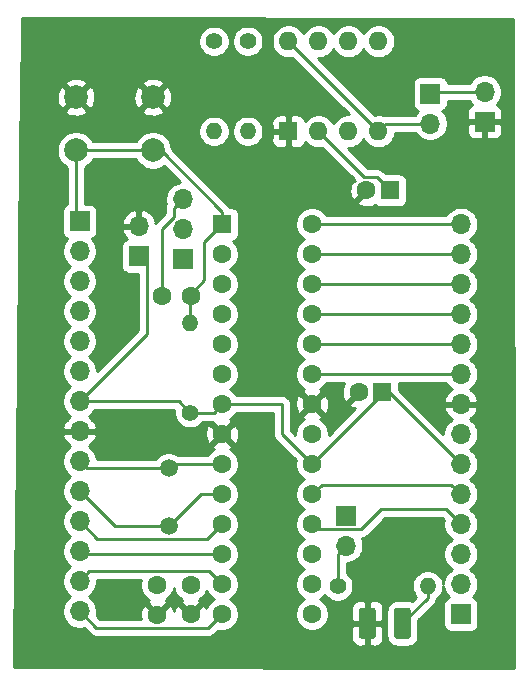
<source format=gbr>
%TF.GenerationSoftware,KiCad,Pcbnew,(5.1.6-0-10_14)*%
%TF.CreationDate,2020-09-11T17:53:59-04:00*%
%TF.ProjectId,bare_atmega328,62617265-5f61-4746-9d65-67613332382e,rev?*%
%TF.SameCoordinates,Original*%
%TF.FileFunction,Copper,L1,Top*%
%TF.FilePolarity,Positive*%
%FSLAX46Y46*%
G04 Gerber Fmt 4.6, Leading zero omitted, Abs format (unit mm)*
G04 Created by KiCad (PCBNEW (5.1.6-0-10_14)) date 2020-09-11 17:53:59*
%MOMM*%
%LPD*%
G01*
G04 APERTURE LIST*
%TA.AperFunction,ComponentPad*%
%ADD10O,1.600000X1.600000*%
%TD*%
%TA.AperFunction,ComponentPad*%
%ADD11R,1.600000X1.600000*%
%TD*%
%TA.AperFunction,ComponentPad*%
%ADD12O,1.400000X1.400000*%
%TD*%
%TA.AperFunction,ComponentPad*%
%ADD13C,1.400000*%
%TD*%
%TA.AperFunction,ComponentPad*%
%ADD14O,1.700000X1.700000*%
%TD*%
%TA.AperFunction,ComponentPad*%
%ADD15R,1.700000X1.700000*%
%TD*%
%TA.AperFunction,ComponentPad*%
%ADD16C,1.600000*%
%TD*%
%TA.AperFunction,ComponentPad*%
%ADD17C,2.000000*%
%TD*%
%TA.AperFunction,ComponentPad*%
%ADD18C,1.500000*%
%TD*%
%TA.AperFunction,Conductor*%
%ADD19C,0.250000*%
%TD*%
%TA.AperFunction,Conductor*%
%ADD20C,0.254000*%
%TD*%
G04 APERTURE END LIST*
D10*
%TO.P,U2,8*%
%TO.N,Net-(J7-Pad2)*%
X150400000Y-58180000D03*
%TO.P,U2,4*%
X158020000Y-65800000D03*
%TO.P,U2,7*%
%TO.N,Net-(R3-Pad1)*%
X152940000Y-58180000D03*
%TO.P,U2,3*%
%TO.N,Net-(J6-Pad4)*%
X155480000Y-65800000D03*
%TO.P,U2,6*%
%TO.N,Net-(C5-Pad1)*%
X155480000Y-58180000D03*
%TO.P,U2,2*%
X152940000Y-65800000D03*
%TO.P,U2,5*%
%TO.N,N/C*%
X158020000Y-58180000D03*
D11*
%TO.P,U2,1*%
%TO.N,GND*%
X150400000Y-65800000D03*
%TD*%
D12*
%TO.P,R4,2*%
%TO.N,Net-(R3-Pad1)*%
X146950900Y-65792160D03*
D13*
%TO.P,R4,1*%
%TO.N,Net-(J7-Pad2)*%
X146950900Y-58172160D03*
%TD*%
D14*
%TO.P,J7,2*%
%TO.N,Net-(J7-Pad2)*%
X162400000Y-65140000D03*
D15*
%TO.P,J7,1*%
%TO.N,VCC*%
X162400000Y-62600000D03*
%TD*%
D12*
%TO.P,R3,2*%
%TO.N,Net-(C5-Pad1)*%
X144098480Y-65792160D03*
D13*
%TO.P,R3,1*%
%TO.N,Net-(R3-Pad1)*%
X144098480Y-58172160D03*
%TD*%
D16*
%TO.P,C5,2*%
%TO.N,GND*%
X157000000Y-70800000D03*
D11*
%TO.P,C5,1*%
%TO.N,Net-(C5-Pad1)*%
X159000000Y-70800000D03*
%TD*%
D14*
%TO.P,J5,14*%
%TO.N,Net-(J5-Pad14)*%
X165000000Y-73660000D03*
%TO.P,J5,13*%
%TO.N,Net-(J5-Pad13)*%
X165000000Y-76200000D03*
%TO.P,J5,12*%
%TO.N,Net-(J5-Pad12)*%
X165000000Y-78740000D03*
%TO.P,J5,11*%
%TO.N,Net-(J5-Pad11)*%
X165000000Y-81280000D03*
%TO.P,J5,10*%
%TO.N,Net-(J5-Pad10)*%
X165000000Y-83820000D03*
%TO.P,J5,9*%
%TO.N,Net-(J5-Pad9)*%
X165000000Y-86360000D03*
%TO.P,J5,8*%
%TO.N,GND*%
X165000000Y-88900000D03*
%TO.P,J5,7*%
%TO.N,Net-(J5-Pad7)*%
X165000000Y-91440000D03*
%TO.P,J5,6*%
%TO.N,VCC*%
X165000000Y-93980000D03*
%TO.P,J5,5*%
%TO.N,Net-(J5-Pad5)*%
X165000000Y-96520000D03*
%TO.P,J5,4*%
%TO.N,Net-(J5-Pad4)*%
X165000000Y-99060000D03*
%TO.P,J5,3*%
%TO.N,Net-(J5-Pad3)*%
X165000000Y-101600000D03*
%TO.P,J5,2*%
%TO.N,Net-(J5-Pad2)*%
X165000000Y-104140000D03*
D15*
%TO.P,J5,1*%
%TO.N,Net-(J5-Pad1)*%
X165000000Y-106680000D03*
%TD*%
D14*
%TO.P,J6,14*%
%TO.N,Net-(J6-Pad14)*%
X132709920Y-106436160D03*
%TO.P,J6,13*%
%TO.N,Net-(J6-Pad13)*%
X132709920Y-103896160D03*
%TO.P,J6,12*%
%TO.N,Net-(J6-Pad12)*%
X132709920Y-101356160D03*
%TO.P,J6,11*%
%TO.N,Net-(J6-Pad11)*%
X132709920Y-98816160D03*
%TO.P,J6,10*%
%TO.N,Net-(C2-Pad2)*%
X132709920Y-96276160D03*
%TO.P,J6,9*%
%TO.N,Net-(C1-Pad1)*%
X132709920Y-93736160D03*
%TO.P,J6,8*%
%TO.N,GND*%
X132709920Y-91196160D03*
%TO.P,J6,7*%
%TO.N,VCC*%
X132709920Y-88656160D03*
%TO.P,J6,6*%
%TO.N,Net-(J6-Pad6)*%
X132709920Y-86116160D03*
%TO.P,J6,5*%
%TO.N,Net-(J6-Pad5)*%
X132709920Y-83576160D03*
%TO.P,J6,4*%
%TO.N,Net-(J6-Pad4)*%
X132709920Y-81036160D03*
%TO.P,J6,3*%
%TO.N,Net-(J3-Pad1)*%
X132709920Y-78496160D03*
%TO.P,J6,2*%
%TO.N,Net-(J3-Pad2)*%
X132709920Y-75956160D03*
D15*
%TO.P,J6,1*%
%TO.N,Net-(C4-Pad1)*%
X132709920Y-73416160D03*
%TD*%
D14*
%TO.P,J3,3*%
%TO.N,Net-(C4-Pad2)*%
X141439900Y-71561960D03*
%TO.P,J3,2*%
%TO.N,Net-(J3-Pad2)*%
X141439900Y-74101960D03*
D15*
%TO.P,J3,1*%
%TO.N,Net-(J3-Pad1)*%
X141439900Y-76641960D03*
%TD*%
D14*
%TO.P,J4,2*%
%TO.N,VCC*%
X167000000Y-62460000D03*
D15*
%TO.P,J4,1*%
%TO.N,GND*%
X167000000Y-65000000D03*
%TD*%
D14*
%TO.P,J2,2*%
%TO.N,GND*%
X137728960Y-73825100D03*
D15*
%TO.P,J2,1*%
%TO.N,VCC*%
X137728960Y-76365100D03*
%TD*%
D14*
%TO.P,J1,2*%
%TO.N,Net-(J1-Pad2)*%
X155267660Y-100873560D03*
D15*
%TO.P,J1,1*%
%TO.N,VCC*%
X155267660Y-98333560D03*
%TD*%
D16*
%TO.P,U1,28*%
%TO.N,Net-(J5-Pad14)*%
X152400000Y-73660000D03*
%TO.P,U1,27*%
%TO.N,Net-(J5-Pad13)*%
X152400000Y-76200000D03*
%TO.P,U1,26*%
%TO.N,Net-(J5-Pad12)*%
X152400000Y-78740000D03*
%TO.P,U1,25*%
%TO.N,Net-(J5-Pad11)*%
X152400000Y-81280000D03*
%TO.P,U1,24*%
%TO.N,Net-(J5-Pad10)*%
X152400000Y-83820000D03*
%TO.P,U1,23*%
%TO.N,Net-(J5-Pad9)*%
X152400000Y-86360000D03*
%TO.P,U1,22*%
%TO.N,GND*%
X152400000Y-88900000D03*
%TO.P,U1,21*%
%TO.N,Net-(J5-Pad7)*%
X152400000Y-91440000D03*
%TO.P,U1,20*%
%TO.N,VCC*%
X152400000Y-93980000D03*
%TO.P,U1,19*%
%TO.N,Net-(J5-Pad5)*%
X152400000Y-96520000D03*
%TO.P,U1,18*%
%TO.N,Net-(J5-Pad4)*%
X152400000Y-99060000D03*
%TO.P,U1,17*%
%TO.N,Net-(J5-Pad3)*%
X152400000Y-101600000D03*
%TO.P,U1,16*%
%TO.N,Net-(J5-Pad2)*%
X152400000Y-104140000D03*
%TO.P,U1,15*%
%TO.N,Net-(J5-Pad1)*%
X152400000Y-106680000D03*
%TO.P,U1,14*%
%TO.N,Net-(J6-Pad14)*%
X144780000Y-106680000D03*
%TO.P,U1,13*%
%TO.N,Net-(J6-Pad13)*%
X144780000Y-104140000D03*
%TO.P,U1,12*%
%TO.N,Net-(J6-Pad12)*%
X144780000Y-101600000D03*
%TO.P,U1,11*%
%TO.N,Net-(J6-Pad11)*%
X144780000Y-99060000D03*
%TO.P,U1,10*%
%TO.N,Net-(C2-Pad2)*%
X144780000Y-96520000D03*
%TO.P,U1,9*%
%TO.N,Net-(C1-Pad1)*%
X144780000Y-93980000D03*
%TO.P,U1,8*%
%TO.N,GND*%
X144780000Y-91440000D03*
%TO.P,U1,7*%
%TO.N,VCC*%
X144780000Y-88900000D03*
%TO.P,U1,6*%
%TO.N,Net-(J6-Pad6)*%
X144780000Y-86360000D03*
%TO.P,U1,5*%
%TO.N,Net-(J6-Pad5)*%
X144780000Y-83820000D03*
%TO.P,U1,4*%
%TO.N,Net-(J6-Pad4)*%
X144780000Y-81280000D03*
%TO.P,U1,3*%
%TO.N,Net-(J3-Pad1)*%
X144780000Y-78740000D03*
%TO.P,U1,2*%
%TO.N,Net-(J3-Pad2)*%
X144780000Y-76200000D03*
D11*
%TO.P,U1,1*%
%TO.N,Net-(C4-Pad1)*%
X144780000Y-73660000D03*
%TD*%
D17*
%TO.P,SW1,1*%
%TO.N,GND*%
X138917820Y-62918340D03*
%TO.P,SW1,2*%
%TO.N,Net-(C4-Pad1)*%
X138917820Y-67418340D03*
%TO.P,SW1,1*%
%TO.N,GND*%
X132417820Y-62918340D03*
%TO.P,SW1,2*%
%TO.N,Net-(C4-Pad1)*%
X132417820Y-67418340D03*
%TD*%
D16*
%TO.P,C4,2*%
%TO.N,Net-(C4-Pad2)*%
X139679040Y-79766160D03*
%TO.P,C4,1*%
%TO.N,Net-(C4-Pad1)*%
X142179040Y-79766160D03*
%TD*%
D12*
%TO.P,R2,2*%
%TO.N,Net-(D1-Pad1)*%
X162184080Y-104272080D03*
D13*
%TO.P,R2,1*%
%TO.N,Net-(J1-Pad2)*%
X154564080Y-104272080D03*
%TD*%
%TO.P,D1,2*%
%TO.N,GND*%
%TA.AperFunction,SMDPad,CuDef*%
G36*
G01*
X157787980Y-106379700D02*
X157787980Y-108529700D01*
G75*
G02*
X157537980Y-108779700I-250000J0D01*
G01*
X156612980Y-108779700D01*
G75*
G02*
X156362980Y-108529700I0J250000D01*
G01*
X156362980Y-106379700D01*
G75*
G02*
X156612980Y-106129700I250000J0D01*
G01*
X157537980Y-106129700D01*
G75*
G02*
X157787980Y-106379700I0J-250000D01*
G01*
G37*
%TD.AperFunction*%
%TO.P,D1,1*%
%TO.N,Net-(D1-Pad1)*%
%TA.AperFunction,SMDPad,CuDef*%
G36*
G01*
X160762980Y-106379700D02*
X160762980Y-108529700D01*
G75*
G02*
X160512980Y-108779700I-250000J0D01*
G01*
X159587980Y-108779700D01*
G75*
G02*
X159337980Y-108529700I0J250000D01*
G01*
X159337980Y-106379700D01*
G75*
G02*
X159587980Y-106129700I250000J0D01*
G01*
X160512980Y-106129700D01*
G75*
G02*
X160762980Y-106379700I0J-250000D01*
G01*
G37*
%TD.AperFunction*%
%TD*%
D18*
%TO.P,Y1,2*%
%TO.N,Net-(C2-Pad2)*%
X140256260Y-99240680D03*
%TO.P,Y1,1*%
%TO.N,Net-(C1-Pad1)*%
X140256260Y-94340680D03*
%TD*%
D12*
%TO.P,R1,2*%
%TO.N,Net-(C4-Pad1)*%
X142062200Y-81991200D03*
D13*
%TO.P,R1,1*%
%TO.N,VCC*%
X142062200Y-89611200D03*
%TD*%
D16*
%TO.P,C3,2*%
%TO.N,GND*%
X156343600Y-87858600D03*
D11*
%TO.P,C3,1*%
%TO.N,VCC*%
X158343600Y-87858600D03*
%TD*%
D16*
%TO.P,C2,2*%
%TO.N,Net-(C2-Pad2)*%
X142107920Y-104187620D03*
%TO.P,C2,1*%
%TO.N,GND*%
X142107920Y-106687620D03*
%TD*%
%TO.P,C1,2*%
%TO.N,GND*%
X139291060Y-106721280D03*
%TO.P,C1,1*%
%TO.N,Net-(C1-Pad1)*%
X139291060Y-104221280D03*
%TD*%
D19*
%TO.N,Net-(J1-Pad2)*%
X154564080Y-101577140D02*
X155267660Y-100873560D01*
X154564080Y-104272080D02*
X154564080Y-101577140D01*
%TO.N,VCC*%
X144780000Y-88900000D02*
X149860000Y-88900000D01*
X149860000Y-91440000D02*
X149860000Y-88900000D01*
X152400000Y-93980000D02*
X149860000Y-91440000D01*
X152796240Y-93583760D02*
X152400000Y-93980000D01*
X138404600Y-82961480D02*
X132709920Y-88656160D01*
X141107160Y-88656160D02*
X142062200Y-89611200D01*
X132709920Y-88656160D02*
X141107160Y-88656160D01*
X144068800Y-89611200D02*
X144780000Y-88900000D01*
X142062200Y-89611200D02*
X144068800Y-89611200D01*
X158343600Y-88036400D02*
X152400000Y-93980000D01*
X158343600Y-87858600D02*
X158343600Y-88036400D01*
X158343600Y-87858600D02*
X158343600Y-88397080D01*
X138404600Y-77040740D02*
X137728960Y-76365100D01*
X138404600Y-82961480D02*
X138404600Y-77040740D01*
X158878600Y-87858600D02*
X165000000Y-93980000D01*
X158343600Y-87858600D02*
X158878600Y-87858600D01*
X162540000Y-62460000D02*
X162400000Y-62600000D01*
X167000000Y-62460000D02*
X162540000Y-62460000D01*
%TO.N,Net-(C1-Pad1)*%
X140616940Y-93980000D02*
X140256260Y-94340680D01*
X144780000Y-93980000D02*
X140616940Y-93980000D01*
X139181259Y-104111479D02*
X139291060Y-104221280D01*
X133314440Y-94340680D02*
X132709920Y-93736160D01*
X140256260Y-94340680D02*
X133314440Y-94340680D01*
%TO.N,Net-(C2-Pad2)*%
X142976940Y-96520000D02*
X140256260Y-99240680D01*
X144780000Y-96520000D02*
X142976940Y-96520000D01*
X135674440Y-99240680D02*
X132709920Y-96276160D01*
X140256260Y-99240680D02*
X135674440Y-99240680D01*
%TO.N,Net-(D1-Pad1)*%
X162184080Y-105321100D02*
X160050480Y-107454700D01*
X162184080Y-104272080D02*
X162184080Y-105321100D01*
%TO.N,Net-(C4-Pad2)*%
X140679170Y-72322690D02*
X141439900Y-71561960D01*
X140679170Y-73061830D02*
X140679170Y-72322690D01*
X139671420Y-74069580D02*
X140679170Y-73061830D01*
X139671420Y-79758540D02*
X139679040Y-79766160D01*
X139671420Y-79529940D02*
X139671420Y-78401540D01*
X139671420Y-78401540D02*
X139671420Y-79758540D01*
X139671420Y-78401540D02*
X139671420Y-74069580D01*
%TO.N,Net-(C4-Pad1)*%
X142062200Y-79639160D02*
X142171420Y-79529940D01*
X142062200Y-81991200D02*
X142062200Y-79639160D01*
X143290541Y-75149459D02*
X144780000Y-73660000D01*
X143290541Y-78410819D02*
X143290541Y-75149459D01*
X142171420Y-79529940D02*
X143290541Y-78410819D01*
X139588340Y-67418340D02*
X138917820Y-67418340D01*
X144780000Y-72610000D02*
X139588340Y-67418340D01*
X144780000Y-73660000D02*
X144780000Y-72610000D01*
X138917820Y-67418340D02*
X132417820Y-67418340D01*
X132417820Y-73124060D02*
X132709920Y-73416160D01*
X132417820Y-67418340D02*
X132417820Y-73124060D01*
%TO.N,Net-(J5-Pad14)*%
X152400000Y-73660000D02*
X165000000Y-73660000D01*
%TO.N,Net-(J5-Pad13)*%
X165000000Y-76200000D02*
X152400000Y-76200000D01*
%TO.N,Net-(J5-Pad11)*%
X152400000Y-81280000D02*
X165000000Y-81280000D01*
%TO.N,Net-(J5-Pad10)*%
X165000000Y-83820000D02*
X152400000Y-83820000D01*
%TO.N,Net-(J5-Pad5)*%
X164200001Y-95720001D02*
X165000000Y-96520000D01*
X153199999Y-95720001D02*
X164200001Y-95720001D01*
X152400000Y-96520000D02*
X153199999Y-95720001D01*
%TO.N,Net-(J5-Pad4)*%
X158253460Y-97788450D02*
X163728450Y-97788450D01*
X156533349Y-99508561D02*
X158253460Y-97788450D01*
X152848561Y-99508561D02*
X156533349Y-99508561D01*
X163728450Y-97788450D02*
X165000000Y-99060000D01*
X152400000Y-99060000D02*
X152848561Y-99508561D01*
%TO.N,Net-(J5-Pad2)*%
X152400000Y-104140000D02*
X152914998Y-104140000D01*
%TO.N,Net-(J6-Pad14)*%
X143613719Y-107846281D02*
X134120041Y-107846281D01*
X134120041Y-107846281D02*
X132709920Y-106436160D01*
X144780000Y-106680000D02*
X143613719Y-107846281D01*
%TO.N,Net-(J6-Pad13)*%
X133543461Y-103062619D02*
X132709920Y-103896160D01*
X143702619Y-103062619D02*
X133543461Y-103062619D01*
X144780000Y-104140000D02*
X143702619Y-103062619D01*
%TO.N,Net-(J6-Pad12)*%
X132953760Y-101600000D02*
X132709920Y-101356160D01*
X144780000Y-101600000D02*
X132953760Y-101600000D01*
%TO.N,Net-(J6-Pad11)*%
X134209441Y-100315681D02*
X132709920Y-98816160D01*
X143524319Y-100315681D02*
X134209441Y-100315681D01*
X144780000Y-99060000D02*
X143524319Y-100315681D01*
%TO.N,Net-(J5-Pad9)*%
X152400000Y-86360000D02*
X165000000Y-86360000D01*
%TO.N,Net-(J5-Pad12)*%
X165000000Y-78740000D02*
X152400000Y-78740000D01*
%TO.N,Net-(C5-Pad1)*%
X156814999Y-69674999D02*
X152940000Y-65800000D01*
X157874999Y-69674999D02*
X156814999Y-69674999D01*
X159000000Y-70800000D02*
X157874999Y-69674999D01*
%TO.N,Net-(J7-Pad2)*%
X158680000Y-65140000D02*
X158020000Y-65800000D01*
X162400000Y-65140000D02*
X158680000Y-65140000D01*
X158020000Y-65800000D02*
X150400000Y-58180000D01*
%TD*%
D20*
%TO.N,GND*%
G36*
X169440758Y-56258465D02*
G01*
X169503999Y-111248206D01*
X127170017Y-111142309D01*
X127198049Y-108779700D01*
X155724908Y-108779700D01*
X155737168Y-108904182D01*
X155773478Y-109023880D01*
X155832443Y-109134194D01*
X155911795Y-109230885D01*
X156008486Y-109310237D01*
X156118800Y-109369202D01*
X156238498Y-109405512D01*
X156362980Y-109417772D01*
X156789730Y-109414700D01*
X156948480Y-109255950D01*
X156948480Y-107581700D01*
X157202480Y-107581700D01*
X157202480Y-109255950D01*
X157361230Y-109414700D01*
X157787980Y-109417772D01*
X157912462Y-109405512D01*
X158032160Y-109369202D01*
X158142474Y-109310237D01*
X158239165Y-109230885D01*
X158318517Y-109134194D01*
X158377482Y-109023880D01*
X158413792Y-108904182D01*
X158426052Y-108779700D01*
X158422980Y-107740450D01*
X158264230Y-107581700D01*
X157202480Y-107581700D01*
X156948480Y-107581700D01*
X155886730Y-107581700D01*
X155727980Y-107740450D01*
X155724908Y-108779700D01*
X127198049Y-108779700D01*
X127378280Y-93589900D01*
X131224920Y-93589900D01*
X131224920Y-93882420D01*
X131281988Y-94169318D01*
X131393930Y-94439571D01*
X131556445Y-94682792D01*
X131763288Y-94889635D01*
X131937680Y-95006160D01*
X131763288Y-95122685D01*
X131556445Y-95329528D01*
X131393930Y-95572749D01*
X131281988Y-95843002D01*
X131224920Y-96129900D01*
X131224920Y-96422420D01*
X131281988Y-96709318D01*
X131393930Y-96979571D01*
X131556445Y-97222792D01*
X131763288Y-97429635D01*
X131937680Y-97546160D01*
X131763288Y-97662685D01*
X131556445Y-97869528D01*
X131393930Y-98112749D01*
X131281988Y-98383002D01*
X131224920Y-98669900D01*
X131224920Y-98962420D01*
X131281988Y-99249318D01*
X131393930Y-99519571D01*
X131556445Y-99762792D01*
X131763288Y-99969635D01*
X131937680Y-100086160D01*
X131763288Y-100202685D01*
X131556445Y-100409528D01*
X131393930Y-100652749D01*
X131281988Y-100923002D01*
X131224920Y-101209900D01*
X131224920Y-101502420D01*
X131281988Y-101789318D01*
X131393930Y-102059571D01*
X131556445Y-102302792D01*
X131763288Y-102509635D01*
X131937680Y-102626160D01*
X131763288Y-102742685D01*
X131556445Y-102949528D01*
X131393930Y-103192749D01*
X131281988Y-103463002D01*
X131224920Y-103749900D01*
X131224920Y-104042420D01*
X131281988Y-104329318D01*
X131393930Y-104599571D01*
X131556445Y-104842792D01*
X131763288Y-105049635D01*
X131937680Y-105166160D01*
X131763288Y-105282685D01*
X131556445Y-105489528D01*
X131393930Y-105732749D01*
X131281988Y-106003002D01*
X131224920Y-106289900D01*
X131224920Y-106582420D01*
X131281988Y-106869318D01*
X131393930Y-107139571D01*
X131556445Y-107382792D01*
X131763288Y-107589635D01*
X132006509Y-107752150D01*
X132276762Y-107864092D01*
X132563660Y-107921160D01*
X132856180Y-107921160D01*
X133076328Y-107877370D01*
X133556242Y-108357284D01*
X133580040Y-108386282D01*
X133695765Y-108481255D01*
X133827794Y-108551827D01*
X133971055Y-108595284D01*
X134082708Y-108606281D01*
X134082717Y-108606281D01*
X134120040Y-108609957D01*
X134157363Y-108606281D01*
X143576397Y-108606281D01*
X143613719Y-108609957D01*
X143651041Y-108606281D01*
X143651052Y-108606281D01*
X143762705Y-108595284D01*
X143905966Y-108551827D01*
X144037995Y-108481255D01*
X144153720Y-108386282D01*
X144177522Y-108357279D01*
X144456114Y-108078688D01*
X144638665Y-108115000D01*
X144921335Y-108115000D01*
X145198574Y-108059853D01*
X145459727Y-107951680D01*
X145694759Y-107794637D01*
X145894637Y-107594759D01*
X146051680Y-107359727D01*
X146159853Y-107098574D01*
X146215000Y-106821335D01*
X146215000Y-106538665D01*
X146159853Y-106261426D01*
X146051680Y-106000273D01*
X145894637Y-105765241D01*
X145694759Y-105565363D01*
X145462241Y-105410000D01*
X145694759Y-105254637D01*
X145894637Y-105054759D01*
X146051680Y-104819727D01*
X146159853Y-104558574D01*
X146215000Y-104281335D01*
X146215000Y-103998665D01*
X146159853Y-103721426D01*
X146051680Y-103460273D01*
X145894637Y-103225241D01*
X145694759Y-103025363D01*
X145462241Y-102870000D01*
X145694759Y-102714637D01*
X145894637Y-102514759D01*
X146051680Y-102279727D01*
X146159853Y-102018574D01*
X146215000Y-101741335D01*
X146215000Y-101458665D01*
X146159853Y-101181426D01*
X146051680Y-100920273D01*
X145894637Y-100685241D01*
X145694759Y-100485363D01*
X145462241Y-100330000D01*
X145694759Y-100174637D01*
X145894637Y-99974759D01*
X146051680Y-99739727D01*
X146159853Y-99478574D01*
X146215000Y-99201335D01*
X146215000Y-98918665D01*
X146159853Y-98641426D01*
X146051680Y-98380273D01*
X145894637Y-98145241D01*
X145694759Y-97945363D01*
X145462241Y-97790000D01*
X145694759Y-97634637D01*
X145894637Y-97434759D01*
X146051680Y-97199727D01*
X146159853Y-96938574D01*
X146215000Y-96661335D01*
X146215000Y-96378665D01*
X146159853Y-96101426D01*
X146051680Y-95840273D01*
X145894637Y-95605241D01*
X145694759Y-95405363D01*
X145462241Y-95250000D01*
X145694759Y-95094637D01*
X145894637Y-94894759D01*
X146051680Y-94659727D01*
X146159853Y-94398574D01*
X146215000Y-94121335D01*
X146215000Y-93838665D01*
X146159853Y-93561426D01*
X146051680Y-93300273D01*
X145894637Y-93065241D01*
X145694759Y-92865363D01*
X145460872Y-92709085D01*
X145521514Y-92676671D01*
X145593097Y-92432702D01*
X144780000Y-91619605D01*
X143966903Y-92432702D01*
X144038486Y-92676671D01*
X144102992Y-92707194D01*
X144100273Y-92708320D01*
X143865241Y-92865363D01*
X143665363Y-93065241D01*
X143561957Y-93220000D01*
X141071977Y-93220000D01*
X140912303Y-93113309D01*
X140660249Y-93008905D01*
X140392671Y-92955680D01*
X140119849Y-92955680D01*
X139852271Y-93008905D01*
X139600217Y-93113309D01*
X139373374Y-93264881D01*
X139180461Y-93457794D01*
X139098351Y-93580680D01*
X134193086Y-93580680D01*
X134137852Y-93303002D01*
X134025910Y-93032749D01*
X133863395Y-92789528D01*
X133656552Y-92582685D01*
X133474386Y-92460965D01*
X133591275Y-92391338D01*
X133807508Y-92196429D01*
X133981561Y-91963080D01*
X134106745Y-91700259D01*
X134151396Y-91553050D01*
X134128948Y-91510512D01*
X143339783Y-91510512D01*
X143381213Y-91790130D01*
X143476397Y-92056292D01*
X143543329Y-92181514D01*
X143787298Y-92253097D01*
X144600395Y-91440000D01*
X144959605Y-91440000D01*
X145772702Y-92253097D01*
X146016671Y-92181514D01*
X146137571Y-91926004D01*
X146206300Y-91651816D01*
X146220217Y-91369488D01*
X146178787Y-91089870D01*
X146083603Y-90823708D01*
X146016671Y-90698486D01*
X145772702Y-90626903D01*
X144959605Y-91440000D01*
X144600395Y-91440000D01*
X143787298Y-90626903D01*
X143543329Y-90698486D01*
X143422429Y-90953996D01*
X143353700Y-91228184D01*
X143339783Y-91510512D01*
X134128948Y-91510512D01*
X134030075Y-91323160D01*
X132836920Y-91323160D01*
X132836920Y-91343160D01*
X132582920Y-91343160D01*
X132582920Y-91323160D01*
X131389765Y-91323160D01*
X131268444Y-91553050D01*
X131313095Y-91700259D01*
X131438279Y-91963080D01*
X131612332Y-92196429D01*
X131828565Y-92391338D01*
X131945454Y-92460965D01*
X131763288Y-92582685D01*
X131556445Y-92789528D01*
X131393930Y-93032749D01*
X131281988Y-93303002D01*
X131224920Y-93589900D01*
X127378280Y-93589900D01*
X127690722Y-67257307D01*
X130782820Y-67257307D01*
X130782820Y-67579373D01*
X130845652Y-67895252D01*
X130968902Y-68192803D01*
X131147833Y-68460592D01*
X131375568Y-68688327D01*
X131643357Y-68867258D01*
X131657820Y-68873249D01*
X131657821Y-71963893D01*
X131615740Y-71976658D01*
X131505426Y-72035623D01*
X131408735Y-72114975D01*
X131329383Y-72211666D01*
X131270418Y-72321980D01*
X131234108Y-72441678D01*
X131221848Y-72566160D01*
X131221848Y-74266160D01*
X131234108Y-74390642D01*
X131270418Y-74510340D01*
X131329383Y-74620654D01*
X131408735Y-74717345D01*
X131505426Y-74796697D01*
X131615740Y-74855662D01*
X131688300Y-74877673D01*
X131556445Y-75009528D01*
X131393930Y-75252749D01*
X131281988Y-75523002D01*
X131224920Y-75809900D01*
X131224920Y-76102420D01*
X131281988Y-76389318D01*
X131393930Y-76659571D01*
X131556445Y-76902792D01*
X131763288Y-77109635D01*
X131937680Y-77226160D01*
X131763288Y-77342685D01*
X131556445Y-77549528D01*
X131393930Y-77792749D01*
X131281988Y-78063002D01*
X131224920Y-78349900D01*
X131224920Y-78642420D01*
X131281988Y-78929318D01*
X131393930Y-79199571D01*
X131556445Y-79442792D01*
X131763288Y-79649635D01*
X131937680Y-79766160D01*
X131763288Y-79882685D01*
X131556445Y-80089528D01*
X131393930Y-80332749D01*
X131281988Y-80603002D01*
X131224920Y-80889900D01*
X131224920Y-81182420D01*
X131281988Y-81469318D01*
X131393930Y-81739571D01*
X131556445Y-81982792D01*
X131763288Y-82189635D01*
X131937680Y-82306160D01*
X131763288Y-82422685D01*
X131556445Y-82629528D01*
X131393930Y-82872749D01*
X131281988Y-83143002D01*
X131224920Y-83429900D01*
X131224920Y-83722420D01*
X131281988Y-84009318D01*
X131393930Y-84279571D01*
X131556445Y-84522792D01*
X131763288Y-84729635D01*
X131937680Y-84846160D01*
X131763288Y-84962685D01*
X131556445Y-85169528D01*
X131393930Y-85412749D01*
X131281988Y-85683002D01*
X131224920Y-85969900D01*
X131224920Y-86262420D01*
X131281988Y-86549318D01*
X131393930Y-86819571D01*
X131556445Y-87062792D01*
X131763288Y-87269635D01*
X131937680Y-87386160D01*
X131763288Y-87502685D01*
X131556445Y-87709528D01*
X131393930Y-87952749D01*
X131281988Y-88223002D01*
X131224920Y-88509900D01*
X131224920Y-88802420D01*
X131281988Y-89089318D01*
X131393930Y-89359571D01*
X131556445Y-89602792D01*
X131763288Y-89809635D01*
X131945454Y-89931355D01*
X131828565Y-90000982D01*
X131612332Y-90195891D01*
X131438279Y-90429240D01*
X131313095Y-90692061D01*
X131268444Y-90839270D01*
X131389765Y-91069160D01*
X132582920Y-91069160D01*
X132582920Y-91049160D01*
X132836920Y-91049160D01*
X132836920Y-91069160D01*
X134030075Y-91069160D01*
X134151396Y-90839270D01*
X134106745Y-90692061D01*
X133981561Y-90429240D01*
X133807508Y-90195891D01*
X133591275Y-90000982D01*
X133474386Y-89931355D01*
X133656552Y-89809635D01*
X133863395Y-89602792D01*
X133988098Y-89416160D01*
X140739842Y-89416160D01*
X140727200Y-89479714D01*
X140727200Y-89742686D01*
X140778504Y-90000605D01*
X140879139Y-90243559D01*
X141025238Y-90462213D01*
X141211187Y-90648162D01*
X141429841Y-90794261D01*
X141672795Y-90894896D01*
X141930714Y-90946200D01*
X142193686Y-90946200D01*
X142451605Y-90894896D01*
X142694559Y-90794261D01*
X142913213Y-90648162D01*
X143099162Y-90462213D01*
X143159975Y-90371200D01*
X143989231Y-90371200D01*
X143966903Y-90447298D01*
X144780000Y-91260395D01*
X145593097Y-90447298D01*
X145521514Y-90203329D01*
X145457008Y-90172806D01*
X145459727Y-90171680D01*
X145694759Y-90014637D01*
X145894637Y-89814759D01*
X145998043Y-89660000D01*
X149100001Y-89660000D01*
X149100000Y-91402677D01*
X149096324Y-91440000D01*
X149100000Y-91477322D01*
X149100000Y-91477332D01*
X149110997Y-91588985D01*
X149144751Y-91700259D01*
X149154454Y-91732246D01*
X149225026Y-91864276D01*
X149264871Y-91912826D01*
X149319999Y-91980001D01*
X149349003Y-92003804D01*
X151001312Y-93656114D01*
X150965000Y-93838665D01*
X150965000Y-94121335D01*
X151020147Y-94398574D01*
X151128320Y-94659727D01*
X151285363Y-94894759D01*
X151485241Y-95094637D01*
X151717759Y-95250000D01*
X151485241Y-95405363D01*
X151285363Y-95605241D01*
X151128320Y-95840273D01*
X151020147Y-96101426D01*
X150965000Y-96378665D01*
X150965000Y-96661335D01*
X151020147Y-96938574D01*
X151128320Y-97199727D01*
X151285363Y-97434759D01*
X151485241Y-97634637D01*
X151717759Y-97790000D01*
X151485241Y-97945363D01*
X151285363Y-98145241D01*
X151128320Y-98380273D01*
X151020147Y-98641426D01*
X150965000Y-98918665D01*
X150965000Y-99201335D01*
X151020147Y-99478574D01*
X151128320Y-99739727D01*
X151285363Y-99974759D01*
X151485241Y-100174637D01*
X151717759Y-100330000D01*
X151485241Y-100485363D01*
X151285363Y-100685241D01*
X151128320Y-100920273D01*
X151020147Y-101181426D01*
X150965000Y-101458665D01*
X150965000Y-101741335D01*
X151020147Y-102018574D01*
X151128320Y-102279727D01*
X151285363Y-102514759D01*
X151485241Y-102714637D01*
X151717759Y-102870000D01*
X151485241Y-103025363D01*
X151285363Y-103225241D01*
X151128320Y-103460273D01*
X151020147Y-103721426D01*
X150965000Y-103998665D01*
X150965000Y-104281335D01*
X151020147Y-104558574D01*
X151128320Y-104819727D01*
X151285363Y-105054759D01*
X151485241Y-105254637D01*
X151717759Y-105410000D01*
X151485241Y-105565363D01*
X151285363Y-105765241D01*
X151128320Y-106000273D01*
X151020147Y-106261426D01*
X150965000Y-106538665D01*
X150965000Y-106821335D01*
X151020147Y-107098574D01*
X151128320Y-107359727D01*
X151285363Y-107594759D01*
X151485241Y-107794637D01*
X151720273Y-107951680D01*
X151981426Y-108059853D01*
X152258665Y-108115000D01*
X152541335Y-108115000D01*
X152818574Y-108059853D01*
X153079727Y-107951680D01*
X153314759Y-107794637D01*
X153514637Y-107594759D01*
X153671680Y-107359727D01*
X153779853Y-107098574D01*
X153835000Y-106821335D01*
X153835000Y-106538665D01*
X153779853Y-106261426D01*
X153725291Y-106129700D01*
X155724908Y-106129700D01*
X155727980Y-107168950D01*
X155886730Y-107327700D01*
X156948480Y-107327700D01*
X156948480Y-105653450D01*
X157202480Y-105653450D01*
X157202480Y-107327700D01*
X158264230Y-107327700D01*
X158422980Y-107168950D01*
X158426052Y-106129700D01*
X158413792Y-106005218D01*
X158377482Y-105885520D01*
X158318517Y-105775206D01*
X158239165Y-105678515D01*
X158142474Y-105599163D01*
X158032160Y-105540198D01*
X157912462Y-105503888D01*
X157787980Y-105491628D01*
X157361230Y-105494700D01*
X157202480Y-105653450D01*
X156948480Y-105653450D01*
X156789730Y-105494700D01*
X156362980Y-105491628D01*
X156238498Y-105503888D01*
X156118800Y-105540198D01*
X156008486Y-105599163D01*
X155911795Y-105678515D01*
X155832443Y-105775206D01*
X155773478Y-105885520D01*
X155737168Y-106005218D01*
X155724908Y-106129700D01*
X153725291Y-106129700D01*
X153671680Y-106000273D01*
X153514637Y-105765241D01*
X153314759Y-105565363D01*
X153082241Y-105410000D01*
X153314759Y-105254637D01*
X153494748Y-105074648D01*
X153527118Y-105123093D01*
X153713067Y-105309042D01*
X153931721Y-105455141D01*
X154174675Y-105555776D01*
X154432594Y-105607080D01*
X154695566Y-105607080D01*
X154953485Y-105555776D01*
X155196439Y-105455141D01*
X155415093Y-105309042D01*
X155601042Y-105123093D01*
X155747141Y-104904439D01*
X155847776Y-104661485D01*
X155899080Y-104403566D01*
X155899080Y-104140594D01*
X155847776Y-103882675D01*
X155747141Y-103639721D01*
X155601042Y-103421067D01*
X155415093Y-103235118D01*
X155324080Y-103174305D01*
X155324080Y-102358560D01*
X155413920Y-102358560D01*
X155700818Y-102301492D01*
X155971071Y-102189550D01*
X156214292Y-102027035D01*
X156421135Y-101820192D01*
X156583650Y-101576971D01*
X156695592Y-101306718D01*
X156752660Y-101019820D01*
X156752660Y-100727300D01*
X156695592Y-100440402D01*
X156622307Y-100263476D01*
X156682335Y-100257564D01*
X156825596Y-100214107D01*
X156957625Y-100143535D01*
X157073350Y-100048562D01*
X157097153Y-100019558D01*
X158568262Y-98548450D01*
X163413649Y-98548450D01*
X163558791Y-98693592D01*
X163515000Y-98913740D01*
X163515000Y-99206260D01*
X163572068Y-99493158D01*
X163684010Y-99763411D01*
X163846525Y-100006632D01*
X164053368Y-100213475D01*
X164227760Y-100330000D01*
X164053368Y-100446525D01*
X163846525Y-100653368D01*
X163684010Y-100896589D01*
X163572068Y-101166842D01*
X163515000Y-101453740D01*
X163515000Y-101746260D01*
X163572068Y-102033158D01*
X163684010Y-102303411D01*
X163846525Y-102546632D01*
X164053368Y-102753475D01*
X164227760Y-102870000D01*
X164053368Y-102986525D01*
X163846525Y-103193368D01*
X163684010Y-103436589D01*
X163572068Y-103706842D01*
X163515000Y-103993740D01*
X163515000Y-104120083D01*
X163467776Y-103882675D01*
X163367141Y-103639721D01*
X163221042Y-103421067D01*
X163035093Y-103235118D01*
X162816439Y-103089019D01*
X162573485Y-102988384D01*
X162315566Y-102937080D01*
X162052594Y-102937080D01*
X161794675Y-102988384D01*
X161551721Y-103089019D01*
X161333067Y-103235118D01*
X161147118Y-103421067D01*
X161001019Y-103639721D01*
X160900384Y-103882675D01*
X160849080Y-104140594D01*
X160849080Y-104403566D01*
X160900384Y-104661485D01*
X161001019Y-104904439D01*
X161147118Y-105123093D01*
X161227202Y-105203177D01*
X160864769Y-105565609D01*
X160852830Y-105559228D01*
X160686234Y-105508692D01*
X160512980Y-105491628D01*
X159587980Y-105491628D01*
X159414726Y-105508692D01*
X159248130Y-105559228D01*
X159094594Y-105641295D01*
X158960018Y-105751738D01*
X158849575Y-105886314D01*
X158767508Y-106039850D01*
X158716972Y-106206446D01*
X158699908Y-106379700D01*
X158699908Y-108529700D01*
X158716972Y-108702954D01*
X158767508Y-108869550D01*
X158849575Y-109023086D01*
X158960018Y-109157662D01*
X159094594Y-109268105D01*
X159248130Y-109350172D01*
X159414726Y-109400708D01*
X159587980Y-109417772D01*
X160512980Y-109417772D01*
X160686234Y-109400708D01*
X160852830Y-109350172D01*
X161006366Y-109268105D01*
X161140942Y-109157662D01*
X161251385Y-109023086D01*
X161333452Y-108869550D01*
X161383988Y-108702954D01*
X161401052Y-108529700D01*
X161401052Y-107178929D01*
X162695083Y-105884899D01*
X162724081Y-105861101D01*
X162773252Y-105801186D01*
X162819054Y-105745377D01*
X162889626Y-105613347D01*
X162903541Y-105567473D01*
X162933083Y-105470086D01*
X162942876Y-105370659D01*
X163035093Y-105309042D01*
X163221042Y-105123093D01*
X163367141Y-104904439D01*
X163467776Y-104661485D01*
X163519080Y-104403566D01*
X163519080Y-104306771D01*
X163572068Y-104573158D01*
X163684010Y-104843411D01*
X163846525Y-105086632D01*
X163978380Y-105218487D01*
X163905820Y-105240498D01*
X163795506Y-105299463D01*
X163698815Y-105378815D01*
X163619463Y-105475506D01*
X163560498Y-105585820D01*
X163524188Y-105705518D01*
X163511928Y-105830000D01*
X163511928Y-107530000D01*
X163524188Y-107654482D01*
X163560498Y-107774180D01*
X163619463Y-107884494D01*
X163698815Y-107981185D01*
X163795506Y-108060537D01*
X163905820Y-108119502D01*
X164025518Y-108155812D01*
X164150000Y-108168072D01*
X165850000Y-108168072D01*
X165974482Y-108155812D01*
X166094180Y-108119502D01*
X166204494Y-108060537D01*
X166301185Y-107981185D01*
X166380537Y-107884494D01*
X166439502Y-107774180D01*
X166475812Y-107654482D01*
X166488072Y-107530000D01*
X166488072Y-105830000D01*
X166475812Y-105705518D01*
X166439502Y-105585820D01*
X166380537Y-105475506D01*
X166301185Y-105378815D01*
X166204494Y-105299463D01*
X166094180Y-105240498D01*
X166021620Y-105218487D01*
X166153475Y-105086632D01*
X166315990Y-104843411D01*
X166427932Y-104573158D01*
X166485000Y-104286260D01*
X166485000Y-103993740D01*
X166427932Y-103706842D01*
X166315990Y-103436589D01*
X166153475Y-103193368D01*
X165946632Y-102986525D01*
X165772240Y-102870000D01*
X165946632Y-102753475D01*
X166153475Y-102546632D01*
X166315990Y-102303411D01*
X166427932Y-102033158D01*
X166485000Y-101746260D01*
X166485000Y-101453740D01*
X166427932Y-101166842D01*
X166315990Y-100896589D01*
X166153475Y-100653368D01*
X165946632Y-100446525D01*
X165772240Y-100330000D01*
X165946632Y-100213475D01*
X166153475Y-100006632D01*
X166315990Y-99763411D01*
X166427932Y-99493158D01*
X166485000Y-99206260D01*
X166485000Y-98913740D01*
X166427932Y-98626842D01*
X166315990Y-98356589D01*
X166153475Y-98113368D01*
X165946632Y-97906525D01*
X165772240Y-97790000D01*
X165946632Y-97673475D01*
X166153475Y-97466632D01*
X166315990Y-97223411D01*
X166427932Y-96953158D01*
X166485000Y-96666260D01*
X166485000Y-96373740D01*
X166427932Y-96086842D01*
X166315990Y-95816589D01*
X166153475Y-95573368D01*
X165946632Y-95366525D01*
X165772240Y-95250000D01*
X165946632Y-95133475D01*
X166153475Y-94926632D01*
X166315990Y-94683411D01*
X166427932Y-94413158D01*
X166485000Y-94126260D01*
X166485000Y-93833740D01*
X166427932Y-93546842D01*
X166315990Y-93276589D01*
X166153475Y-93033368D01*
X165946632Y-92826525D01*
X165772240Y-92710000D01*
X165946632Y-92593475D01*
X166153475Y-92386632D01*
X166315990Y-92143411D01*
X166427932Y-91873158D01*
X166485000Y-91586260D01*
X166485000Y-91293740D01*
X166427932Y-91006842D01*
X166315990Y-90736589D01*
X166153475Y-90493368D01*
X165946632Y-90286525D01*
X165764466Y-90164805D01*
X165881355Y-90095178D01*
X166097588Y-89900269D01*
X166271641Y-89666920D01*
X166396825Y-89404099D01*
X166441476Y-89256890D01*
X166320155Y-89027000D01*
X165127000Y-89027000D01*
X165127000Y-89047000D01*
X164873000Y-89047000D01*
X164873000Y-89027000D01*
X163679845Y-89027000D01*
X163558524Y-89256890D01*
X163603175Y-89404099D01*
X163728359Y-89666920D01*
X163902412Y-89900269D01*
X164118645Y-90095178D01*
X164235534Y-90164805D01*
X164053368Y-90286525D01*
X163846525Y-90493368D01*
X163684010Y-90736589D01*
X163572068Y-91006842D01*
X163515000Y-91293740D01*
X163515000Y-91420198D01*
X159781672Y-87686871D01*
X159781672Y-87120000D01*
X163721822Y-87120000D01*
X163846525Y-87306632D01*
X164053368Y-87513475D01*
X164235534Y-87635195D01*
X164118645Y-87704822D01*
X163902412Y-87899731D01*
X163728359Y-88133080D01*
X163603175Y-88395901D01*
X163558524Y-88543110D01*
X163679845Y-88773000D01*
X164873000Y-88773000D01*
X164873000Y-88753000D01*
X165127000Y-88753000D01*
X165127000Y-88773000D01*
X166320155Y-88773000D01*
X166441476Y-88543110D01*
X166396825Y-88395901D01*
X166271641Y-88133080D01*
X166097588Y-87899731D01*
X165881355Y-87704822D01*
X165764466Y-87635195D01*
X165946632Y-87513475D01*
X166153475Y-87306632D01*
X166315990Y-87063411D01*
X166427932Y-86793158D01*
X166485000Y-86506260D01*
X166485000Y-86213740D01*
X166427932Y-85926842D01*
X166315990Y-85656589D01*
X166153475Y-85413368D01*
X165946632Y-85206525D01*
X165772240Y-85090000D01*
X165946632Y-84973475D01*
X166153475Y-84766632D01*
X166315990Y-84523411D01*
X166427932Y-84253158D01*
X166485000Y-83966260D01*
X166485000Y-83673740D01*
X166427932Y-83386842D01*
X166315990Y-83116589D01*
X166153475Y-82873368D01*
X165946632Y-82666525D01*
X165772240Y-82550000D01*
X165946632Y-82433475D01*
X166153475Y-82226632D01*
X166315990Y-81983411D01*
X166427932Y-81713158D01*
X166485000Y-81426260D01*
X166485000Y-81133740D01*
X166427932Y-80846842D01*
X166315990Y-80576589D01*
X166153475Y-80333368D01*
X165946632Y-80126525D01*
X165772240Y-80010000D01*
X165946632Y-79893475D01*
X166153475Y-79686632D01*
X166315990Y-79443411D01*
X166427932Y-79173158D01*
X166485000Y-78886260D01*
X166485000Y-78593740D01*
X166427932Y-78306842D01*
X166315990Y-78036589D01*
X166153475Y-77793368D01*
X165946632Y-77586525D01*
X165772240Y-77470000D01*
X165946632Y-77353475D01*
X166153475Y-77146632D01*
X166315990Y-76903411D01*
X166427932Y-76633158D01*
X166485000Y-76346260D01*
X166485000Y-76053740D01*
X166427932Y-75766842D01*
X166315990Y-75496589D01*
X166153475Y-75253368D01*
X165946632Y-75046525D01*
X165772240Y-74930000D01*
X165946632Y-74813475D01*
X166153475Y-74606632D01*
X166315990Y-74363411D01*
X166427932Y-74093158D01*
X166485000Y-73806260D01*
X166485000Y-73513740D01*
X166427932Y-73226842D01*
X166315990Y-72956589D01*
X166153475Y-72713368D01*
X165946632Y-72506525D01*
X165703411Y-72344010D01*
X165433158Y-72232068D01*
X165146260Y-72175000D01*
X164853740Y-72175000D01*
X164566842Y-72232068D01*
X164296589Y-72344010D01*
X164053368Y-72506525D01*
X163846525Y-72713368D01*
X163721822Y-72900000D01*
X153618043Y-72900000D01*
X153514637Y-72745241D01*
X153314759Y-72545363D01*
X153079727Y-72388320D01*
X152818574Y-72280147D01*
X152541335Y-72225000D01*
X152258665Y-72225000D01*
X151981426Y-72280147D01*
X151720273Y-72388320D01*
X151485241Y-72545363D01*
X151285363Y-72745241D01*
X151128320Y-72980273D01*
X151020147Y-73241426D01*
X150965000Y-73518665D01*
X150965000Y-73801335D01*
X151020147Y-74078574D01*
X151128320Y-74339727D01*
X151285363Y-74574759D01*
X151485241Y-74774637D01*
X151717759Y-74930000D01*
X151485241Y-75085363D01*
X151285363Y-75285241D01*
X151128320Y-75520273D01*
X151020147Y-75781426D01*
X150965000Y-76058665D01*
X150965000Y-76341335D01*
X151020147Y-76618574D01*
X151128320Y-76879727D01*
X151285363Y-77114759D01*
X151485241Y-77314637D01*
X151717759Y-77470000D01*
X151485241Y-77625363D01*
X151285363Y-77825241D01*
X151128320Y-78060273D01*
X151020147Y-78321426D01*
X150965000Y-78598665D01*
X150965000Y-78881335D01*
X151020147Y-79158574D01*
X151128320Y-79419727D01*
X151285363Y-79654759D01*
X151485241Y-79854637D01*
X151717759Y-80010000D01*
X151485241Y-80165363D01*
X151285363Y-80365241D01*
X151128320Y-80600273D01*
X151020147Y-80861426D01*
X150965000Y-81138665D01*
X150965000Y-81421335D01*
X151020147Y-81698574D01*
X151128320Y-81959727D01*
X151285363Y-82194759D01*
X151485241Y-82394637D01*
X151717759Y-82550000D01*
X151485241Y-82705363D01*
X151285363Y-82905241D01*
X151128320Y-83140273D01*
X151020147Y-83401426D01*
X150965000Y-83678665D01*
X150965000Y-83961335D01*
X151020147Y-84238574D01*
X151128320Y-84499727D01*
X151285363Y-84734759D01*
X151485241Y-84934637D01*
X151717759Y-85090000D01*
X151485241Y-85245363D01*
X151285363Y-85445241D01*
X151128320Y-85680273D01*
X151020147Y-85941426D01*
X150965000Y-86218665D01*
X150965000Y-86501335D01*
X151020147Y-86778574D01*
X151128320Y-87039727D01*
X151285363Y-87274759D01*
X151485241Y-87474637D01*
X151719128Y-87630915D01*
X151658486Y-87663329D01*
X151586903Y-87907298D01*
X152400000Y-88720395D01*
X153213097Y-87907298D01*
X153141514Y-87663329D01*
X153077008Y-87632806D01*
X153079727Y-87631680D01*
X153314759Y-87474637D01*
X153514637Y-87274759D01*
X153618043Y-87120000D01*
X155105550Y-87120000D01*
X154986029Y-87372596D01*
X154917300Y-87646784D01*
X154903383Y-87929112D01*
X154944813Y-88208730D01*
X155039997Y-88474892D01*
X155106929Y-88600114D01*
X155350898Y-88671697D01*
X156163995Y-87858600D01*
X156149853Y-87844458D01*
X156329458Y-87664853D01*
X156343600Y-87678995D01*
X156357743Y-87664853D01*
X156537348Y-87844458D01*
X156523205Y-87858600D01*
X156537348Y-87872743D01*
X156357743Y-88052348D01*
X156343600Y-88038205D01*
X155530503Y-88851302D01*
X155602086Y-89095271D01*
X155857596Y-89216171D01*
X156042643Y-89262556D01*
X153835000Y-91470199D01*
X153835000Y-91298665D01*
X153779853Y-91021426D01*
X153671680Y-90760273D01*
X153514637Y-90525241D01*
X153314759Y-90325363D01*
X153080872Y-90169085D01*
X153141514Y-90136671D01*
X153213097Y-89892702D01*
X152400000Y-89079605D01*
X151586903Y-89892702D01*
X151658486Y-90136671D01*
X151722992Y-90167194D01*
X151720273Y-90168320D01*
X151485241Y-90325363D01*
X151285363Y-90525241D01*
X151128320Y-90760273D01*
X151020147Y-91021426D01*
X150965000Y-91298665D01*
X150965000Y-91470199D01*
X150620000Y-91125199D01*
X150620000Y-88970512D01*
X150959783Y-88970512D01*
X151001213Y-89250130D01*
X151096397Y-89516292D01*
X151163329Y-89641514D01*
X151407298Y-89713097D01*
X152220395Y-88900000D01*
X152579605Y-88900000D01*
X153392702Y-89713097D01*
X153636671Y-89641514D01*
X153757571Y-89386004D01*
X153826300Y-89111816D01*
X153840217Y-88829488D01*
X153798787Y-88549870D01*
X153703603Y-88283708D01*
X153636671Y-88158486D01*
X153392702Y-88086903D01*
X152579605Y-88900000D01*
X152220395Y-88900000D01*
X151407298Y-88086903D01*
X151163329Y-88158486D01*
X151042429Y-88413996D01*
X150973700Y-88688184D01*
X150959783Y-88970512D01*
X150620000Y-88970512D01*
X150620000Y-88937333D01*
X150623677Y-88900000D01*
X150614335Y-88805145D01*
X150609003Y-88751014D01*
X150565546Y-88607753D01*
X150494974Y-88475724D01*
X150400001Y-88359999D01*
X150284276Y-88265026D01*
X150152247Y-88194454D01*
X150008986Y-88150997D01*
X149860000Y-88136323D01*
X149822667Y-88140000D01*
X145998043Y-88140000D01*
X145894637Y-87985241D01*
X145694759Y-87785363D01*
X145462241Y-87630000D01*
X145694759Y-87474637D01*
X145894637Y-87274759D01*
X146051680Y-87039727D01*
X146159853Y-86778574D01*
X146215000Y-86501335D01*
X146215000Y-86218665D01*
X146159853Y-85941426D01*
X146051680Y-85680273D01*
X145894637Y-85445241D01*
X145694759Y-85245363D01*
X145462241Y-85090000D01*
X145694759Y-84934637D01*
X145894637Y-84734759D01*
X146051680Y-84499727D01*
X146159853Y-84238574D01*
X146215000Y-83961335D01*
X146215000Y-83678665D01*
X146159853Y-83401426D01*
X146051680Y-83140273D01*
X145894637Y-82905241D01*
X145694759Y-82705363D01*
X145462241Y-82550000D01*
X145694759Y-82394637D01*
X145894637Y-82194759D01*
X146051680Y-81959727D01*
X146159853Y-81698574D01*
X146215000Y-81421335D01*
X146215000Y-81138665D01*
X146159853Y-80861426D01*
X146051680Y-80600273D01*
X145894637Y-80365241D01*
X145694759Y-80165363D01*
X145462241Y-80010000D01*
X145694759Y-79854637D01*
X145894637Y-79654759D01*
X146051680Y-79419727D01*
X146159853Y-79158574D01*
X146215000Y-78881335D01*
X146215000Y-78598665D01*
X146159853Y-78321426D01*
X146051680Y-78060273D01*
X145894637Y-77825241D01*
X145694759Y-77625363D01*
X145462241Y-77470000D01*
X145694759Y-77314637D01*
X145894637Y-77114759D01*
X146051680Y-76879727D01*
X146159853Y-76618574D01*
X146215000Y-76341335D01*
X146215000Y-76058665D01*
X146159853Y-75781426D01*
X146051680Y-75520273D01*
X145894637Y-75285241D01*
X145696039Y-75086643D01*
X145704482Y-75085812D01*
X145824180Y-75049502D01*
X145934494Y-74990537D01*
X146031185Y-74911185D01*
X146110537Y-74814494D01*
X146169502Y-74704180D01*
X146205812Y-74584482D01*
X146218072Y-74460000D01*
X146218072Y-72860000D01*
X146205812Y-72735518D01*
X146169502Y-72615820D01*
X146110537Y-72505506D01*
X146031185Y-72408815D01*
X145934494Y-72329463D01*
X145824180Y-72270498D01*
X145704482Y-72234188D01*
X145580000Y-72221928D01*
X145434326Y-72221928D01*
X145414974Y-72185723D01*
X145343799Y-72098997D01*
X145320001Y-72069999D01*
X145291003Y-72046201D01*
X140552820Y-67308019D01*
X140552820Y-67257307D01*
X140489988Y-66941428D01*
X140366738Y-66643877D01*
X140187807Y-66376088D01*
X139960072Y-66148353D01*
X139692283Y-65969422D01*
X139394732Y-65846172D01*
X139078853Y-65783340D01*
X138756787Y-65783340D01*
X138440908Y-65846172D01*
X138143357Y-65969422D01*
X137875568Y-66148353D01*
X137647833Y-66376088D01*
X137468902Y-66643877D01*
X137462911Y-66658340D01*
X133872729Y-66658340D01*
X133866738Y-66643877D01*
X133687807Y-66376088D01*
X133460072Y-66148353D01*
X133192283Y-65969422D01*
X132894732Y-65846172D01*
X132578853Y-65783340D01*
X132256787Y-65783340D01*
X131940908Y-65846172D01*
X131643357Y-65969422D01*
X131375568Y-66148353D01*
X131147833Y-66376088D01*
X130968902Y-66643877D01*
X130845652Y-66941428D01*
X130782820Y-67257307D01*
X127690722Y-67257307D01*
X127709666Y-65660674D01*
X142763480Y-65660674D01*
X142763480Y-65923646D01*
X142814784Y-66181565D01*
X142915419Y-66424519D01*
X143061518Y-66643173D01*
X143247467Y-66829122D01*
X143466121Y-66975221D01*
X143709075Y-67075856D01*
X143966994Y-67127160D01*
X144229966Y-67127160D01*
X144487885Y-67075856D01*
X144730839Y-66975221D01*
X144949493Y-66829122D01*
X145135442Y-66643173D01*
X145281541Y-66424519D01*
X145382176Y-66181565D01*
X145433480Y-65923646D01*
X145433480Y-65660674D01*
X145615900Y-65660674D01*
X145615900Y-65923646D01*
X145667204Y-66181565D01*
X145767839Y-66424519D01*
X145913938Y-66643173D01*
X146099887Y-66829122D01*
X146318541Y-66975221D01*
X146561495Y-67075856D01*
X146819414Y-67127160D01*
X147082386Y-67127160D01*
X147340305Y-67075856D01*
X147583259Y-66975221D01*
X147801913Y-66829122D01*
X147987862Y-66643173D01*
X148016709Y-66600000D01*
X148961928Y-66600000D01*
X148974188Y-66724482D01*
X149010498Y-66844180D01*
X149069463Y-66954494D01*
X149148815Y-67051185D01*
X149245506Y-67130537D01*
X149355820Y-67189502D01*
X149475518Y-67225812D01*
X149600000Y-67238072D01*
X150114250Y-67235000D01*
X150273000Y-67076250D01*
X150273000Y-65927000D01*
X149123750Y-65927000D01*
X148965000Y-66085750D01*
X148961928Y-66600000D01*
X148016709Y-66600000D01*
X148133961Y-66424519D01*
X148234596Y-66181565D01*
X148285900Y-65923646D01*
X148285900Y-65660674D01*
X148234596Y-65402755D01*
X148133961Y-65159801D01*
X148027187Y-65000000D01*
X148961928Y-65000000D01*
X148965000Y-65514250D01*
X149123750Y-65673000D01*
X150273000Y-65673000D01*
X150273000Y-64523750D01*
X150114250Y-64365000D01*
X149600000Y-64361928D01*
X149475518Y-64374188D01*
X149355820Y-64410498D01*
X149245506Y-64469463D01*
X149148815Y-64548815D01*
X149069463Y-64645506D01*
X149010498Y-64755820D01*
X148974188Y-64875518D01*
X148961928Y-65000000D01*
X148027187Y-65000000D01*
X147987862Y-64941147D01*
X147801913Y-64755198D01*
X147583259Y-64609099D01*
X147340305Y-64508464D01*
X147082386Y-64457160D01*
X146819414Y-64457160D01*
X146561495Y-64508464D01*
X146318541Y-64609099D01*
X146099887Y-64755198D01*
X145913938Y-64941147D01*
X145767839Y-65159801D01*
X145667204Y-65402755D01*
X145615900Y-65660674D01*
X145433480Y-65660674D01*
X145382176Y-65402755D01*
X145281541Y-65159801D01*
X145135442Y-64941147D01*
X144949493Y-64755198D01*
X144730839Y-64609099D01*
X144487885Y-64508464D01*
X144229966Y-64457160D01*
X143966994Y-64457160D01*
X143709075Y-64508464D01*
X143466121Y-64609099D01*
X143247467Y-64755198D01*
X143061518Y-64941147D01*
X142915419Y-65159801D01*
X142814784Y-65402755D01*
X142763480Y-65660674D01*
X127709666Y-65660674D01*
X127728733Y-64053753D01*
X131462012Y-64053753D01*
X131557776Y-64318154D01*
X131847391Y-64459044D01*
X132158928Y-64540724D01*
X132480415Y-64560058D01*
X132799495Y-64516301D01*
X133103908Y-64411135D01*
X133277864Y-64318154D01*
X133373628Y-64053753D01*
X137962012Y-64053753D01*
X138057776Y-64318154D01*
X138347391Y-64459044D01*
X138658928Y-64540724D01*
X138980415Y-64560058D01*
X139299495Y-64516301D01*
X139603908Y-64411135D01*
X139777864Y-64318154D01*
X139873628Y-64053753D01*
X138917820Y-63097945D01*
X137962012Y-64053753D01*
X133373628Y-64053753D01*
X132417820Y-63097945D01*
X131462012Y-64053753D01*
X127728733Y-64053753D01*
X127741463Y-62980935D01*
X130776102Y-62980935D01*
X130819859Y-63300015D01*
X130925025Y-63604428D01*
X131018006Y-63778384D01*
X131282407Y-63874148D01*
X132238215Y-62918340D01*
X132597425Y-62918340D01*
X133553233Y-63874148D01*
X133817634Y-63778384D01*
X133958524Y-63488769D01*
X134040204Y-63177232D01*
X134052009Y-62980935D01*
X137276102Y-62980935D01*
X137319859Y-63300015D01*
X137425025Y-63604428D01*
X137518006Y-63778384D01*
X137782407Y-63874148D01*
X138738215Y-62918340D01*
X139097425Y-62918340D01*
X140053233Y-63874148D01*
X140317634Y-63778384D01*
X140458524Y-63488769D01*
X140540204Y-63177232D01*
X140559538Y-62855745D01*
X140515781Y-62536665D01*
X140410615Y-62232252D01*
X140317634Y-62058296D01*
X140053233Y-61962532D01*
X139097425Y-62918340D01*
X138738215Y-62918340D01*
X137782407Y-61962532D01*
X137518006Y-62058296D01*
X137377116Y-62347911D01*
X137295436Y-62659448D01*
X137276102Y-62980935D01*
X134052009Y-62980935D01*
X134059538Y-62855745D01*
X134015781Y-62536665D01*
X133910615Y-62232252D01*
X133817634Y-62058296D01*
X133553233Y-61962532D01*
X132597425Y-62918340D01*
X132238215Y-62918340D01*
X131282407Y-61962532D01*
X131018006Y-62058296D01*
X130877116Y-62347911D01*
X130795436Y-62659448D01*
X130776102Y-62980935D01*
X127741463Y-62980935D01*
X127755677Y-61782927D01*
X131462012Y-61782927D01*
X132417820Y-62738735D01*
X133373628Y-61782927D01*
X137962012Y-61782927D01*
X138917820Y-62738735D01*
X139873628Y-61782927D01*
X139777864Y-61518526D01*
X139488249Y-61377636D01*
X139176712Y-61295956D01*
X138855225Y-61276622D01*
X138536145Y-61320379D01*
X138231732Y-61425545D01*
X138057776Y-61518526D01*
X137962012Y-61782927D01*
X133373628Y-61782927D01*
X133277864Y-61518526D01*
X132988249Y-61377636D01*
X132676712Y-61295956D01*
X132355225Y-61276622D01*
X132036145Y-61320379D01*
X131731732Y-61425545D01*
X131557776Y-61518526D01*
X131462012Y-61782927D01*
X127755677Y-61782927D01*
X127800080Y-58040674D01*
X142763480Y-58040674D01*
X142763480Y-58303646D01*
X142814784Y-58561565D01*
X142915419Y-58804519D01*
X143061518Y-59023173D01*
X143247467Y-59209122D01*
X143466121Y-59355221D01*
X143709075Y-59455856D01*
X143966994Y-59507160D01*
X144229966Y-59507160D01*
X144487885Y-59455856D01*
X144730839Y-59355221D01*
X144949493Y-59209122D01*
X145135442Y-59023173D01*
X145281541Y-58804519D01*
X145382176Y-58561565D01*
X145433480Y-58303646D01*
X145433480Y-58040674D01*
X145615900Y-58040674D01*
X145615900Y-58303646D01*
X145667204Y-58561565D01*
X145767839Y-58804519D01*
X145913938Y-59023173D01*
X146099887Y-59209122D01*
X146318541Y-59355221D01*
X146561495Y-59455856D01*
X146819414Y-59507160D01*
X147082386Y-59507160D01*
X147340305Y-59455856D01*
X147583259Y-59355221D01*
X147801913Y-59209122D01*
X147987862Y-59023173D01*
X148133961Y-58804519D01*
X148234596Y-58561565D01*
X148285900Y-58303646D01*
X148285900Y-58040674D01*
X148285501Y-58038665D01*
X148965000Y-58038665D01*
X148965000Y-58321335D01*
X149020147Y-58598574D01*
X149128320Y-58859727D01*
X149285363Y-59094759D01*
X149485241Y-59294637D01*
X149720273Y-59451680D01*
X149981426Y-59559853D01*
X150258665Y-59615000D01*
X150541335Y-59615000D01*
X150723887Y-59578688D01*
X155510198Y-64365000D01*
X155338665Y-64365000D01*
X155061426Y-64420147D01*
X154800273Y-64528320D01*
X154565241Y-64685363D01*
X154365363Y-64885241D01*
X154210000Y-65117759D01*
X154054637Y-64885241D01*
X153854759Y-64685363D01*
X153619727Y-64528320D01*
X153358574Y-64420147D01*
X153081335Y-64365000D01*
X152798665Y-64365000D01*
X152521426Y-64420147D01*
X152260273Y-64528320D01*
X152025241Y-64685363D01*
X151826643Y-64883961D01*
X151825812Y-64875518D01*
X151789502Y-64755820D01*
X151730537Y-64645506D01*
X151651185Y-64548815D01*
X151554494Y-64469463D01*
X151444180Y-64410498D01*
X151324482Y-64374188D01*
X151200000Y-64361928D01*
X150685750Y-64365000D01*
X150527000Y-64523750D01*
X150527000Y-65673000D01*
X150547000Y-65673000D01*
X150547000Y-65927000D01*
X150527000Y-65927000D01*
X150527000Y-67076250D01*
X150685750Y-67235000D01*
X151200000Y-67238072D01*
X151324482Y-67225812D01*
X151444180Y-67189502D01*
X151554494Y-67130537D01*
X151651185Y-67051185D01*
X151730537Y-66954494D01*
X151789502Y-66844180D01*
X151825812Y-66724482D01*
X151826643Y-66716039D01*
X152025241Y-66914637D01*
X152260273Y-67071680D01*
X152521426Y-67179853D01*
X152798665Y-67235000D01*
X153081335Y-67235000D01*
X153263887Y-67198688D01*
X155913426Y-69848227D01*
X155891023Y-69870630D01*
X156007296Y-69986903D01*
X155763329Y-70058486D01*
X155642429Y-70313996D01*
X155573700Y-70588184D01*
X155559783Y-70870512D01*
X155601213Y-71150130D01*
X155696397Y-71416292D01*
X155763329Y-71541514D01*
X156007298Y-71613097D01*
X156820395Y-70800000D01*
X156806253Y-70785858D01*
X156985858Y-70606253D01*
X157000000Y-70620395D01*
X157014143Y-70606253D01*
X157193748Y-70785858D01*
X157179605Y-70800000D01*
X157193748Y-70814143D01*
X157014143Y-70993748D01*
X157000000Y-70979605D01*
X156186903Y-71792702D01*
X156258486Y-72036671D01*
X156513996Y-72157571D01*
X156788184Y-72226300D01*
X157070512Y-72240217D01*
X157350130Y-72198787D01*
X157616292Y-72103603D01*
X157738309Y-72038384D01*
X157748815Y-72051185D01*
X157845506Y-72130537D01*
X157955820Y-72189502D01*
X158075518Y-72225812D01*
X158200000Y-72238072D01*
X159800000Y-72238072D01*
X159924482Y-72225812D01*
X160044180Y-72189502D01*
X160154494Y-72130537D01*
X160251185Y-72051185D01*
X160330537Y-71954494D01*
X160389502Y-71844180D01*
X160425812Y-71724482D01*
X160438072Y-71600000D01*
X160438072Y-70000000D01*
X160425812Y-69875518D01*
X160389502Y-69755820D01*
X160330537Y-69645506D01*
X160251185Y-69548815D01*
X160154494Y-69469463D01*
X160044180Y-69410498D01*
X159924482Y-69374188D01*
X159800000Y-69361928D01*
X158636729Y-69361928D01*
X158438803Y-69164001D01*
X158415000Y-69134998D01*
X158299275Y-69040025D01*
X158167246Y-68969453D01*
X158023985Y-68925996D01*
X157912332Y-68914999D01*
X157912321Y-68914999D01*
X157874999Y-68911323D01*
X157837677Y-68914999D01*
X157129801Y-68914999D01*
X155449802Y-67235000D01*
X155621335Y-67235000D01*
X155898574Y-67179853D01*
X156159727Y-67071680D01*
X156394759Y-66914637D01*
X156594637Y-66714759D01*
X156750000Y-66482241D01*
X156905363Y-66714759D01*
X157105241Y-66914637D01*
X157340273Y-67071680D01*
X157601426Y-67179853D01*
X157878665Y-67235000D01*
X158161335Y-67235000D01*
X158438574Y-67179853D01*
X158699727Y-67071680D01*
X158934759Y-66914637D01*
X159134637Y-66714759D01*
X159291680Y-66479727D01*
X159399853Y-66218574D01*
X159455000Y-65941335D01*
X159455000Y-65900000D01*
X161121822Y-65900000D01*
X161246525Y-66086632D01*
X161453368Y-66293475D01*
X161696589Y-66455990D01*
X161966842Y-66567932D01*
X162253740Y-66625000D01*
X162546260Y-66625000D01*
X162833158Y-66567932D01*
X163103411Y-66455990D01*
X163346632Y-66293475D01*
X163553475Y-66086632D01*
X163711587Y-65850000D01*
X165511928Y-65850000D01*
X165524188Y-65974482D01*
X165560498Y-66094180D01*
X165619463Y-66204494D01*
X165698815Y-66301185D01*
X165795506Y-66380537D01*
X165905820Y-66439502D01*
X166025518Y-66475812D01*
X166150000Y-66488072D01*
X166714250Y-66485000D01*
X166873000Y-66326250D01*
X166873000Y-65127000D01*
X167127000Y-65127000D01*
X167127000Y-66326250D01*
X167285750Y-66485000D01*
X167850000Y-66488072D01*
X167974482Y-66475812D01*
X168094180Y-66439502D01*
X168204494Y-66380537D01*
X168301185Y-66301185D01*
X168380537Y-66204494D01*
X168439502Y-66094180D01*
X168475812Y-65974482D01*
X168488072Y-65850000D01*
X168485000Y-65285750D01*
X168326250Y-65127000D01*
X167127000Y-65127000D01*
X166873000Y-65127000D01*
X165673750Y-65127000D01*
X165515000Y-65285750D01*
X165511928Y-65850000D01*
X163711587Y-65850000D01*
X163715990Y-65843411D01*
X163827932Y-65573158D01*
X163885000Y-65286260D01*
X163885000Y-64993740D01*
X163827932Y-64706842D01*
X163715990Y-64436589D01*
X163553475Y-64193368D01*
X163421620Y-64061513D01*
X163494180Y-64039502D01*
X163604494Y-63980537D01*
X163701185Y-63901185D01*
X163780537Y-63804494D01*
X163839502Y-63694180D01*
X163875812Y-63574482D01*
X163888072Y-63450000D01*
X163888072Y-63220000D01*
X165721822Y-63220000D01*
X165846525Y-63406632D01*
X165978380Y-63538487D01*
X165905820Y-63560498D01*
X165795506Y-63619463D01*
X165698815Y-63698815D01*
X165619463Y-63795506D01*
X165560498Y-63905820D01*
X165524188Y-64025518D01*
X165511928Y-64150000D01*
X165515000Y-64714250D01*
X165673750Y-64873000D01*
X166873000Y-64873000D01*
X166873000Y-64853000D01*
X167127000Y-64853000D01*
X167127000Y-64873000D01*
X168326250Y-64873000D01*
X168485000Y-64714250D01*
X168488072Y-64150000D01*
X168475812Y-64025518D01*
X168439502Y-63905820D01*
X168380537Y-63795506D01*
X168301185Y-63698815D01*
X168204494Y-63619463D01*
X168094180Y-63560498D01*
X168021620Y-63538487D01*
X168153475Y-63406632D01*
X168315990Y-63163411D01*
X168427932Y-62893158D01*
X168485000Y-62606260D01*
X168485000Y-62313740D01*
X168427932Y-62026842D01*
X168315990Y-61756589D01*
X168153475Y-61513368D01*
X167946632Y-61306525D01*
X167703411Y-61144010D01*
X167433158Y-61032068D01*
X167146260Y-60975000D01*
X166853740Y-60975000D01*
X166566842Y-61032068D01*
X166296589Y-61144010D01*
X166053368Y-61306525D01*
X165846525Y-61513368D01*
X165721822Y-61700000D01*
X163883148Y-61700000D01*
X163875812Y-61625518D01*
X163839502Y-61505820D01*
X163780537Y-61395506D01*
X163701185Y-61298815D01*
X163604494Y-61219463D01*
X163494180Y-61160498D01*
X163374482Y-61124188D01*
X163250000Y-61111928D01*
X161550000Y-61111928D01*
X161425518Y-61124188D01*
X161305820Y-61160498D01*
X161195506Y-61219463D01*
X161098815Y-61298815D01*
X161019463Y-61395506D01*
X160960498Y-61505820D01*
X160924188Y-61625518D01*
X160911928Y-61750000D01*
X160911928Y-63450000D01*
X160924188Y-63574482D01*
X160960498Y-63694180D01*
X161019463Y-63804494D01*
X161098815Y-63901185D01*
X161195506Y-63980537D01*
X161305820Y-64039502D01*
X161378380Y-64061513D01*
X161246525Y-64193368D01*
X161121822Y-64380000D01*
X158717323Y-64380000D01*
X158680000Y-64376324D01*
X158642677Y-64380000D01*
X158642667Y-64380000D01*
X158531014Y-64390997D01*
X158436366Y-64419708D01*
X158161335Y-64365000D01*
X157878665Y-64365000D01*
X157696114Y-64401312D01*
X152909801Y-59615000D01*
X153081335Y-59615000D01*
X153358574Y-59559853D01*
X153619727Y-59451680D01*
X153854759Y-59294637D01*
X154054637Y-59094759D01*
X154210000Y-58862241D01*
X154365363Y-59094759D01*
X154565241Y-59294637D01*
X154800273Y-59451680D01*
X155061426Y-59559853D01*
X155338665Y-59615000D01*
X155621335Y-59615000D01*
X155898574Y-59559853D01*
X156159727Y-59451680D01*
X156394759Y-59294637D01*
X156594637Y-59094759D01*
X156750000Y-58862241D01*
X156905363Y-59094759D01*
X157105241Y-59294637D01*
X157340273Y-59451680D01*
X157601426Y-59559853D01*
X157878665Y-59615000D01*
X158161335Y-59615000D01*
X158438574Y-59559853D01*
X158699727Y-59451680D01*
X158934759Y-59294637D01*
X159134637Y-59094759D01*
X159291680Y-58859727D01*
X159399853Y-58598574D01*
X159455000Y-58321335D01*
X159455000Y-58038665D01*
X159399853Y-57761426D01*
X159291680Y-57500273D01*
X159134637Y-57265241D01*
X158934759Y-57065363D01*
X158699727Y-56908320D01*
X158438574Y-56800147D01*
X158161335Y-56745000D01*
X157878665Y-56745000D01*
X157601426Y-56800147D01*
X157340273Y-56908320D01*
X157105241Y-57065363D01*
X156905363Y-57265241D01*
X156750000Y-57497759D01*
X156594637Y-57265241D01*
X156394759Y-57065363D01*
X156159727Y-56908320D01*
X155898574Y-56800147D01*
X155621335Y-56745000D01*
X155338665Y-56745000D01*
X155061426Y-56800147D01*
X154800273Y-56908320D01*
X154565241Y-57065363D01*
X154365363Y-57265241D01*
X154210000Y-57497759D01*
X154054637Y-57265241D01*
X153854759Y-57065363D01*
X153619727Y-56908320D01*
X153358574Y-56800147D01*
X153081335Y-56745000D01*
X152798665Y-56745000D01*
X152521426Y-56800147D01*
X152260273Y-56908320D01*
X152025241Y-57065363D01*
X151825363Y-57265241D01*
X151670000Y-57497759D01*
X151514637Y-57265241D01*
X151314759Y-57065363D01*
X151079727Y-56908320D01*
X150818574Y-56800147D01*
X150541335Y-56745000D01*
X150258665Y-56745000D01*
X149981426Y-56800147D01*
X149720273Y-56908320D01*
X149485241Y-57065363D01*
X149285363Y-57265241D01*
X149128320Y-57500273D01*
X149020147Y-57761426D01*
X148965000Y-58038665D01*
X148285501Y-58038665D01*
X148234596Y-57782755D01*
X148133961Y-57539801D01*
X147987862Y-57321147D01*
X147801913Y-57135198D01*
X147583259Y-56989099D01*
X147340305Y-56888464D01*
X147082386Y-56837160D01*
X146819414Y-56837160D01*
X146561495Y-56888464D01*
X146318541Y-56989099D01*
X146099887Y-57135198D01*
X145913938Y-57321147D01*
X145767839Y-57539801D01*
X145667204Y-57782755D01*
X145615900Y-58040674D01*
X145433480Y-58040674D01*
X145382176Y-57782755D01*
X145281541Y-57539801D01*
X145135442Y-57321147D01*
X144949493Y-57135198D01*
X144730839Y-56989099D01*
X144487885Y-56888464D01*
X144229966Y-56837160D01*
X143966994Y-56837160D01*
X143709075Y-56888464D01*
X143466121Y-56989099D01*
X143247467Y-57135198D01*
X143061518Y-57321147D01*
X142915419Y-57539801D01*
X142814784Y-57782755D01*
X142763480Y-58040674D01*
X127800080Y-58040674D01*
X127822377Y-56161520D01*
X169440758Y-56258465D01*
G37*
X169440758Y-56258465D02*
X169503999Y-111248206D01*
X127170017Y-111142309D01*
X127198049Y-108779700D01*
X155724908Y-108779700D01*
X155737168Y-108904182D01*
X155773478Y-109023880D01*
X155832443Y-109134194D01*
X155911795Y-109230885D01*
X156008486Y-109310237D01*
X156118800Y-109369202D01*
X156238498Y-109405512D01*
X156362980Y-109417772D01*
X156789730Y-109414700D01*
X156948480Y-109255950D01*
X156948480Y-107581700D01*
X157202480Y-107581700D01*
X157202480Y-109255950D01*
X157361230Y-109414700D01*
X157787980Y-109417772D01*
X157912462Y-109405512D01*
X158032160Y-109369202D01*
X158142474Y-109310237D01*
X158239165Y-109230885D01*
X158318517Y-109134194D01*
X158377482Y-109023880D01*
X158413792Y-108904182D01*
X158426052Y-108779700D01*
X158422980Y-107740450D01*
X158264230Y-107581700D01*
X157202480Y-107581700D01*
X156948480Y-107581700D01*
X155886730Y-107581700D01*
X155727980Y-107740450D01*
X155724908Y-108779700D01*
X127198049Y-108779700D01*
X127378280Y-93589900D01*
X131224920Y-93589900D01*
X131224920Y-93882420D01*
X131281988Y-94169318D01*
X131393930Y-94439571D01*
X131556445Y-94682792D01*
X131763288Y-94889635D01*
X131937680Y-95006160D01*
X131763288Y-95122685D01*
X131556445Y-95329528D01*
X131393930Y-95572749D01*
X131281988Y-95843002D01*
X131224920Y-96129900D01*
X131224920Y-96422420D01*
X131281988Y-96709318D01*
X131393930Y-96979571D01*
X131556445Y-97222792D01*
X131763288Y-97429635D01*
X131937680Y-97546160D01*
X131763288Y-97662685D01*
X131556445Y-97869528D01*
X131393930Y-98112749D01*
X131281988Y-98383002D01*
X131224920Y-98669900D01*
X131224920Y-98962420D01*
X131281988Y-99249318D01*
X131393930Y-99519571D01*
X131556445Y-99762792D01*
X131763288Y-99969635D01*
X131937680Y-100086160D01*
X131763288Y-100202685D01*
X131556445Y-100409528D01*
X131393930Y-100652749D01*
X131281988Y-100923002D01*
X131224920Y-101209900D01*
X131224920Y-101502420D01*
X131281988Y-101789318D01*
X131393930Y-102059571D01*
X131556445Y-102302792D01*
X131763288Y-102509635D01*
X131937680Y-102626160D01*
X131763288Y-102742685D01*
X131556445Y-102949528D01*
X131393930Y-103192749D01*
X131281988Y-103463002D01*
X131224920Y-103749900D01*
X131224920Y-104042420D01*
X131281988Y-104329318D01*
X131393930Y-104599571D01*
X131556445Y-104842792D01*
X131763288Y-105049635D01*
X131937680Y-105166160D01*
X131763288Y-105282685D01*
X131556445Y-105489528D01*
X131393930Y-105732749D01*
X131281988Y-106003002D01*
X131224920Y-106289900D01*
X131224920Y-106582420D01*
X131281988Y-106869318D01*
X131393930Y-107139571D01*
X131556445Y-107382792D01*
X131763288Y-107589635D01*
X132006509Y-107752150D01*
X132276762Y-107864092D01*
X132563660Y-107921160D01*
X132856180Y-107921160D01*
X133076328Y-107877370D01*
X133556242Y-108357284D01*
X133580040Y-108386282D01*
X133695765Y-108481255D01*
X133827794Y-108551827D01*
X133971055Y-108595284D01*
X134082708Y-108606281D01*
X134082717Y-108606281D01*
X134120040Y-108609957D01*
X134157363Y-108606281D01*
X143576397Y-108606281D01*
X143613719Y-108609957D01*
X143651041Y-108606281D01*
X143651052Y-108606281D01*
X143762705Y-108595284D01*
X143905966Y-108551827D01*
X144037995Y-108481255D01*
X144153720Y-108386282D01*
X144177522Y-108357279D01*
X144456114Y-108078688D01*
X144638665Y-108115000D01*
X144921335Y-108115000D01*
X145198574Y-108059853D01*
X145459727Y-107951680D01*
X145694759Y-107794637D01*
X145894637Y-107594759D01*
X146051680Y-107359727D01*
X146159853Y-107098574D01*
X146215000Y-106821335D01*
X146215000Y-106538665D01*
X146159853Y-106261426D01*
X146051680Y-106000273D01*
X145894637Y-105765241D01*
X145694759Y-105565363D01*
X145462241Y-105410000D01*
X145694759Y-105254637D01*
X145894637Y-105054759D01*
X146051680Y-104819727D01*
X146159853Y-104558574D01*
X146215000Y-104281335D01*
X146215000Y-103998665D01*
X146159853Y-103721426D01*
X146051680Y-103460273D01*
X145894637Y-103225241D01*
X145694759Y-103025363D01*
X145462241Y-102870000D01*
X145694759Y-102714637D01*
X145894637Y-102514759D01*
X146051680Y-102279727D01*
X146159853Y-102018574D01*
X146215000Y-101741335D01*
X146215000Y-101458665D01*
X146159853Y-101181426D01*
X146051680Y-100920273D01*
X145894637Y-100685241D01*
X145694759Y-100485363D01*
X145462241Y-100330000D01*
X145694759Y-100174637D01*
X145894637Y-99974759D01*
X146051680Y-99739727D01*
X146159853Y-99478574D01*
X146215000Y-99201335D01*
X146215000Y-98918665D01*
X146159853Y-98641426D01*
X146051680Y-98380273D01*
X145894637Y-98145241D01*
X145694759Y-97945363D01*
X145462241Y-97790000D01*
X145694759Y-97634637D01*
X145894637Y-97434759D01*
X146051680Y-97199727D01*
X146159853Y-96938574D01*
X146215000Y-96661335D01*
X146215000Y-96378665D01*
X146159853Y-96101426D01*
X146051680Y-95840273D01*
X145894637Y-95605241D01*
X145694759Y-95405363D01*
X145462241Y-95250000D01*
X145694759Y-95094637D01*
X145894637Y-94894759D01*
X146051680Y-94659727D01*
X146159853Y-94398574D01*
X146215000Y-94121335D01*
X146215000Y-93838665D01*
X146159853Y-93561426D01*
X146051680Y-93300273D01*
X145894637Y-93065241D01*
X145694759Y-92865363D01*
X145460872Y-92709085D01*
X145521514Y-92676671D01*
X145593097Y-92432702D01*
X144780000Y-91619605D01*
X143966903Y-92432702D01*
X144038486Y-92676671D01*
X144102992Y-92707194D01*
X144100273Y-92708320D01*
X143865241Y-92865363D01*
X143665363Y-93065241D01*
X143561957Y-93220000D01*
X141071977Y-93220000D01*
X140912303Y-93113309D01*
X140660249Y-93008905D01*
X140392671Y-92955680D01*
X140119849Y-92955680D01*
X139852271Y-93008905D01*
X139600217Y-93113309D01*
X139373374Y-93264881D01*
X139180461Y-93457794D01*
X139098351Y-93580680D01*
X134193086Y-93580680D01*
X134137852Y-93303002D01*
X134025910Y-93032749D01*
X133863395Y-92789528D01*
X133656552Y-92582685D01*
X133474386Y-92460965D01*
X133591275Y-92391338D01*
X133807508Y-92196429D01*
X133981561Y-91963080D01*
X134106745Y-91700259D01*
X134151396Y-91553050D01*
X134128948Y-91510512D01*
X143339783Y-91510512D01*
X143381213Y-91790130D01*
X143476397Y-92056292D01*
X143543329Y-92181514D01*
X143787298Y-92253097D01*
X144600395Y-91440000D01*
X144959605Y-91440000D01*
X145772702Y-92253097D01*
X146016671Y-92181514D01*
X146137571Y-91926004D01*
X146206300Y-91651816D01*
X146220217Y-91369488D01*
X146178787Y-91089870D01*
X146083603Y-90823708D01*
X146016671Y-90698486D01*
X145772702Y-90626903D01*
X144959605Y-91440000D01*
X144600395Y-91440000D01*
X143787298Y-90626903D01*
X143543329Y-90698486D01*
X143422429Y-90953996D01*
X143353700Y-91228184D01*
X143339783Y-91510512D01*
X134128948Y-91510512D01*
X134030075Y-91323160D01*
X132836920Y-91323160D01*
X132836920Y-91343160D01*
X132582920Y-91343160D01*
X132582920Y-91323160D01*
X131389765Y-91323160D01*
X131268444Y-91553050D01*
X131313095Y-91700259D01*
X131438279Y-91963080D01*
X131612332Y-92196429D01*
X131828565Y-92391338D01*
X131945454Y-92460965D01*
X131763288Y-92582685D01*
X131556445Y-92789528D01*
X131393930Y-93032749D01*
X131281988Y-93303002D01*
X131224920Y-93589900D01*
X127378280Y-93589900D01*
X127690722Y-67257307D01*
X130782820Y-67257307D01*
X130782820Y-67579373D01*
X130845652Y-67895252D01*
X130968902Y-68192803D01*
X131147833Y-68460592D01*
X131375568Y-68688327D01*
X131643357Y-68867258D01*
X131657820Y-68873249D01*
X131657821Y-71963893D01*
X131615740Y-71976658D01*
X131505426Y-72035623D01*
X131408735Y-72114975D01*
X131329383Y-72211666D01*
X131270418Y-72321980D01*
X131234108Y-72441678D01*
X131221848Y-72566160D01*
X131221848Y-74266160D01*
X131234108Y-74390642D01*
X131270418Y-74510340D01*
X131329383Y-74620654D01*
X131408735Y-74717345D01*
X131505426Y-74796697D01*
X131615740Y-74855662D01*
X131688300Y-74877673D01*
X131556445Y-75009528D01*
X131393930Y-75252749D01*
X131281988Y-75523002D01*
X131224920Y-75809900D01*
X131224920Y-76102420D01*
X131281988Y-76389318D01*
X131393930Y-76659571D01*
X131556445Y-76902792D01*
X131763288Y-77109635D01*
X131937680Y-77226160D01*
X131763288Y-77342685D01*
X131556445Y-77549528D01*
X131393930Y-77792749D01*
X131281988Y-78063002D01*
X131224920Y-78349900D01*
X131224920Y-78642420D01*
X131281988Y-78929318D01*
X131393930Y-79199571D01*
X131556445Y-79442792D01*
X131763288Y-79649635D01*
X131937680Y-79766160D01*
X131763288Y-79882685D01*
X131556445Y-80089528D01*
X131393930Y-80332749D01*
X131281988Y-80603002D01*
X131224920Y-80889900D01*
X131224920Y-81182420D01*
X131281988Y-81469318D01*
X131393930Y-81739571D01*
X131556445Y-81982792D01*
X131763288Y-82189635D01*
X131937680Y-82306160D01*
X131763288Y-82422685D01*
X131556445Y-82629528D01*
X131393930Y-82872749D01*
X131281988Y-83143002D01*
X131224920Y-83429900D01*
X131224920Y-83722420D01*
X131281988Y-84009318D01*
X131393930Y-84279571D01*
X131556445Y-84522792D01*
X131763288Y-84729635D01*
X131937680Y-84846160D01*
X131763288Y-84962685D01*
X131556445Y-85169528D01*
X131393930Y-85412749D01*
X131281988Y-85683002D01*
X131224920Y-85969900D01*
X131224920Y-86262420D01*
X131281988Y-86549318D01*
X131393930Y-86819571D01*
X131556445Y-87062792D01*
X131763288Y-87269635D01*
X131937680Y-87386160D01*
X131763288Y-87502685D01*
X131556445Y-87709528D01*
X131393930Y-87952749D01*
X131281988Y-88223002D01*
X131224920Y-88509900D01*
X131224920Y-88802420D01*
X131281988Y-89089318D01*
X131393930Y-89359571D01*
X131556445Y-89602792D01*
X131763288Y-89809635D01*
X131945454Y-89931355D01*
X131828565Y-90000982D01*
X131612332Y-90195891D01*
X131438279Y-90429240D01*
X131313095Y-90692061D01*
X131268444Y-90839270D01*
X131389765Y-91069160D01*
X132582920Y-91069160D01*
X132582920Y-91049160D01*
X132836920Y-91049160D01*
X132836920Y-91069160D01*
X134030075Y-91069160D01*
X134151396Y-90839270D01*
X134106745Y-90692061D01*
X133981561Y-90429240D01*
X133807508Y-90195891D01*
X133591275Y-90000982D01*
X133474386Y-89931355D01*
X133656552Y-89809635D01*
X133863395Y-89602792D01*
X133988098Y-89416160D01*
X140739842Y-89416160D01*
X140727200Y-89479714D01*
X140727200Y-89742686D01*
X140778504Y-90000605D01*
X140879139Y-90243559D01*
X141025238Y-90462213D01*
X141211187Y-90648162D01*
X141429841Y-90794261D01*
X141672795Y-90894896D01*
X141930714Y-90946200D01*
X142193686Y-90946200D01*
X142451605Y-90894896D01*
X142694559Y-90794261D01*
X142913213Y-90648162D01*
X143099162Y-90462213D01*
X143159975Y-90371200D01*
X143989231Y-90371200D01*
X143966903Y-90447298D01*
X144780000Y-91260395D01*
X145593097Y-90447298D01*
X145521514Y-90203329D01*
X145457008Y-90172806D01*
X145459727Y-90171680D01*
X145694759Y-90014637D01*
X145894637Y-89814759D01*
X145998043Y-89660000D01*
X149100001Y-89660000D01*
X149100000Y-91402677D01*
X149096324Y-91440000D01*
X149100000Y-91477322D01*
X149100000Y-91477332D01*
X149110997Y-91588985D01*
X149144751Y-91700259D01*
X149154454Y-91732246D01*
X149225026Y-91864276D01*
X149264871Y-91912826D01*
X149319999Y-91980001D01*
X149349003Y-92003804D01*
X151001312Y-93656114D01*
X150965000Y-93838665D01*
X150965000Y-94121335D01*
X151020147Y-94398574D01*
X151128320Y-94659727D01*
X151285363Y-94894759D01*
X151485241Y-95094637D01*
X151717759Y-95250000D01*
X151485241Y-95405363D01*
X151285363Y-95605241D01*
X151128320Y-95840273D01*
X151020147Y-96101426D01*
X150965000Y-96378665D01*
X150965000Y-96661335D01*
X151020147Y-96938574D01*
X151128320Y-97199727D01*
X151285363Y-97434759D01*
X151485241Y-97634637D01*
X151717759Y-97790000D01*
X151485241Y-97945363D01*
X151285363Y-98145241D01*
X151128320Y-98380273D01*
X151020147Y-98641426D01*
X150965000Y-98918665D01*
X150965000Y-99201335D01*
X151020147Y-99478574D01*
X151128320Y-99739727D01*
X151285363Y-99974759D01*
X151485241Y-100174637D01*
X151717759Y-100330000D01*
X151485241Y-100485363D01*
X151285363Y-100685241D01*
X151128320Y-100920273D01*
X151020147Y-101181426D01*
X150965000Y-101458665D01*
X150965000Y-101741335D01*
X151020147Y-102018574D01*
X151128320Y-102279727D01*
X151285363Y-102514759D01*
X151485241Y-102714637D01*
X151717759Y-102870000D01*
X151485241Y-103025363D01*
X151285363Y-103225241D01*
X151128320Y-103460273D01*
X151020147Y-103721426D01*
X150965000Y-103998665D01*
X150965000Y-104281335D01*
X151020147Y-104558574D01*
X151128320Y-104819727D01*
X151285363Y-105054759D01*
X151485241Y-105254637D01*
X151717759Y-105410000D01*
X151485241Y-105565363D01*
X151285363Y-105765241D01*
X151128320Y-106000273D01*
X151020147Y-106261426D01*
X150965000Y-106538665D01*
X150965000Y-106821335D01*
X151020147Y-107098574D01*
X151128320Y-107359727D01*
X151285363Y-107594759D01*
X151485241Y-107794637D01*
X151720273Y-107951680D01*
X151981426Y-108059853D01*
X152258665Y-108115000D01*
X152541335Y-108115000D01*
X152818574Y-108059853D01*
X153079727Y-107951680D01*
X153314759Y-107794637D01*
X153514637Y-107594759D01*
X153671680Y-107359727D01*
X153779853Y-107098574D01*
X153835000Y-106821335D01*
X153835000Y-106538665D01*
X153779853Y-106261426D01*
X153725291Y-106129700D01*
X155724908Y-106129700D01*
X155727980Y-107168950D01*
X155886730Y-107327700D01*
X156948480Y-107327700D01*
X156948480Y-105653450D01*
X157202480Y-105653450D01*
X157202480Y-107327700D01*
X158264230Y-107327700D01*
X158422980Y-107168950D01*
X158426052Y-106129700D01*
X158413792Y-106005218D01*
X158377482Y-105885520D01*
X158318517Y-105775206D01*
X158239165Y-105678515D01*
X158142474Y-105599163D01*
X158032160Y-105540198D01*
X157912462Y-105503888D01*
X157787980Y-105491628D01*
X157361230Y-105494700D01*
X157202480Y-105653450D01*
X156948480Y-105653450D01*
X156789730Y-105494700D01*
X156362980Y-105491628D01*
X156238498Y-105503888D01*
X156118800Y-105540198D01*
X156008486Y-105599163D01*
X155911795Y-105678515D01*
X155832443Y-105775206D01*
X155773478Y-105885520D01*
X155737168Y-106005218D01*
X155724908Y-106129700D01*
X153725291Y-106129700D01*
X153671680Y-106000273D01*
X153514637Y-105765241D01*
X153314759Y-105565363D01*
X153082241Y-105410000D01*
X153314759Y-105254637D01*
X153494748Y-105074648D01*
X153527118Y-105123093D01*
X153713067Y-105309042D01*
X153931721Y-105455141D01*
X154174675Y-105555776D01*
X154432594Y-105607080D01*
X154695566Y-105607080D01*
X154953485Y-105555776D01*
X155196439Y-105455141D01*
X155415093Y-105309042D01*
X155601042Y-105123093D01*
X155747141Y-104904439D01*
X155847776Y-104661485D01*
X155899080Y-104403566D01*
X155899080Y-104140594D01*
X155847776Y-103882675D01*
X155747141Y-103639721D01*
X155601042Y-103421067D01*
X155415093Y-103235118D01*
X155324080Y-103174305D01*
X155324080Y-102358560D01*
X155413920Y-102358560D01*
X155700818Y-102301492D01*
X155971071Y-102189550D01*
X156214292Y-102027035D01*
X156421135Y-101820192D01*
X156583650Y-101576971D01*
X156695592Y-101306718D01*
X156752660Y-101019820D01*
X156752660Y-100727300D01*
X156695592Y-100440402D01*
X156622307Y-100263476D01*
X156682335Y-100257564D01*
X156825596Y-100214107D01*
X156957625Y-100143535D01*
X157073350Y-100048562D01*
X157097153Y-100019558D01*
X158568262Y-98548450D01*
X163413649Y-98548450D01*
X163558791Y-98693592D01*
X163515000Y-98913740D01*
X163515000Y-99206260D01*
X163572068Y-99493158D01*
X163684010Y-99763411D01*
X163846525Y-100006632D01*
X164053368Y-100213475D01*
X164227760Y-100330000D01*
X164053368Y-100446525D01*
X163846525Y-100653368D01*
X163684010Y-100896589D01*
X163572068Y-101166842D01*
X163515000Y-101453740D01*
X163515000Y-101746260D01*
X163572068Y-102033158D01*
X163684010Y-102303411D01*
X163846525Y-102546632D01*
X164053368Y-102753475D01*
X164227760Y-102870000D01*
X164053368Y-102986525D01*
X163846525Y-103193368D01*
X163684010Y-103436589D01*
X163572068Y-103706842D01*
X163515000Y-103993740D01*
X163515000Y-104120083D01*
X163467776Y-103882675D01*
X163367141Y-103639721D01*
X163221042Y-103421067D01*
X163035093Y-103235118D01*
X162816439Y-103089019D01*
X162573485Y-102988384D01*
X162315566Y-102937080D01*
X162052594Y-102937080D01*
X161794675Y-102988384D01*
X161551721Y-103089019D01*
X161333067Y-103235118D01*
X161147118Y-103421067D01*
X161001019Y-103639721D01*
X160900384Y-103882675D01*
X160849080Y-104140594D01*
X160849080Y-104403566D01*
X160900384Y-104661485D01*
X161001019Y-104904439D01*
X161147118Y-105123093D01*
X161227202Y-105203177D01*
X160864769Y-105565609D01*
X160852830Y-105559228D01*
X160686234Y-105508692D01*
X160512980Y-105491628D01*
X159587980Y-105491628D01*
X159414726Y-105508692D01*
X159248130Y-105559228D01*
X159094594Y-105641295D01*
X158960018Y-105751738D01*
X158849575Y-105886314D01*
X158767508Y-106039850D01*
X158716972Y-106206446D01*
X158699908Y-106379700D01*
X158699908Y-108529700D01*
X158716972Y-108702954D01*
X158767508Y-108869550D01*
X158849575Y-109023086D01*
X158960018Y-109157662D01*
X159094594Y-109268105D01*
X159248130Y-109350172D01*
X159414726Y-109400708D01*
X159587980Y-109417772D01*
X160512980Y-109417772D01*
X160686234Y-109400708D01*
X160852830Y-109350172D01*
X161006366Y-109268105D01*
X161140942Y-109157662D01*
X161251385Y-109023086D01*
X161333452Y-108869550D01*
X161383988Y-108702954D01*
X161401052Y-108529700D01*
X161401052Y-107178929D01*
X162695083Y-105884899D01*
X162724081Y-105861101D01*
X162773252Y-105801186D01*
X162819054Y-105745377D01*
X162889626Y-105613347D01*
X162903541Y-105567473D01*
X162933083Y-105470086D01*
X162942876Y-105370659D01*
X163035093Y-105309042D01*
X163221042Y-105123093D01*
X163367141Y-104904439D01*
X163467776Y-104661485D01*
X163519080Y-104403566D01*
X163519080Y-104306771D01*
X163572068Y-104573158D01*
X163684010Y-104843411D01*
X163846525Y-105086632D01*
X163978380Y-105218487D01*
X163905820Y-105240498D01*
X163795506Y-105299463D01*
X163698815Y-105378815D01*
X163619463Y-105475506D01*
X163560498Y-105585820D01*
X163524188Y-105705518D01*
X163511928Y-105830000D01*
X163511928Y-107530000D01*
X163524188Y-107654482D01*
X163560498Y-107774180D01*
X163619463Y-107884494D01*
X163698815Y-107981185D01*
X163795506Y-108060537D01*
X163905820Y-108119502D01*
X164025518Y-108155812D01*
X164150000Y-108168072D01*
X165850000Y-108168072D01*
X165974482Y-108155812D01*
X166094180Y-108119502D01*
X166204494Y-108060537D01*
X166301185Y-107981185D01*
X166380537Y-107884494D01*
X166439502Y-107774180D01*
X166475812Y-107654482D01*
X166488072Y-107530000D01*
X166488072Y-105830000D01*
X166475812Y-105705518D01*
X166439502Y-105585820D01*
X166380537Y-105475506D01*
X166301185Y-105378815D01*
X166204494Y-105299463D01*
X166094180Y-105240498D01*
X166021620Y-105218487D01*
X166153475Y-105086632D01*
X166315990Y-104843411D01*
X166427932Y-104573158D01*
X166485000Y-104286260D01*
X166485000Y-103993740D01*
X166427932Y-103706842D01*
X166315990Y-103436589D01*
X166153475Y-103193368D01*
X165946632Y-102986525D01*
X165772240Y-102870000D01*
X165946632Y-102753475D01*
X166153475Y-102546632D01*
X166315990Y-102303411D01*
X166427932Y-102033158D01*
X166485000Y-101746260D01*
X166485000Y-101453740D01*
X166427932Y-101166842D01*
X166315990Y-100896589D01*
X166153475Y-100653368D01*
X165946632Y-100446525D01*
X165772240Y-100330000D01*
X165946632Y-100213475D01*
X166153475Y-100006632D01*
X166315990Y-99763411D01*
X166427932Y-99493158D01*
X166485000Y-99206260D01*
X166485000Y-98913740D01*
X166427932Y-98626842D01*
X166315990Y-98356589D01*
X166153475Y-98113368D01*
X165946632Y-97906525D01*
X165772240Y-97790000D01*
X165946632Y-97673475D01*
X166153475Y-97466632D01*
X166315990Y-97223411D01*
X166427932Y-96953158D01*
X166485000Y-96666260D01*
X166485000Y-96373740D01*
X166427932Y-96086842D01*
X166315990Y-95816589D01*
X166153475Y-95573368D01*
X165946632Y-95366525D01*
X165772240Y-95250000D01*
X165946632Y-95133475D01*
X166153475Y-94926632D01*
X166315990Y-94683411D01*
X166427932Y-94413158D01*
X166485000Y-94126260D01*
X166485000Y-93833740D01*
X166427932Y-93546842D01*
X166315990Y-93276589D01*
X166153475Y-93033368D01*
X165946632Y-92826525D01*
X165772240Y-92710000D01*
X165946632Y-92593475D01*
X166153475Y-92386632D01*
X166315990Y-92143411D01*
X166427932Y-91873158D01*
X166485000Y-91586260D01*
X166485000Y-91293740D01*
X166427932Y-91006842D01*
X166315990Y-90736589D01*
X166153475Y-90493368D01*
X165946632Y-90286525D01*
X165764466Y-90164805D01*
X165881355Y-90095178D01*
X166097588Y-89900269D01*
X166271641Y-89666920D01*
X166396825Y-89404099D01*
X166441476Y-89256890D01*
X166320155Y-89027000D01*
X165127000Y-89027000D01*
X165127000Y-89047000D01*
X164873000Y-89047000D01*
X164873000Y-89027000D01*
X163679845Y-89027000D01*
X163558524Y-89256890D01*
X163603175Y-89404099D01*
X163728359Y-89666920D01*
X163902412Y-89900269D01*
X164118645Y-90095178D01*
X164235534Y-90164805D01*
X164053368Y-90286525D01*
X163846525Y-90493368D01*
X163684010Y-90736589D01*
X163572068Y-91006842D01*
X163515000Y-91293740D01*
X163515000Y-91420198D01*
X159781672Y-87686871D01*
X159781672Y-87120000D01*
X163721822Y-87120000D01*
X163846525Y-87306632D01*
X164053368Y-87513475D01*
X164235534Y-87635195D01*
X164118645Y-87704822D01*
X163902412Y-87899731D01*
X163728359Y-88133080D01*
X163603175Y-88395901D01*
X163558524Y-88543110D01*
X163679845Y-88773000D01*
X164873000Y-88773000D01*
X164873000Y-88753000D01*
X165127000Y-88753000D01*
X165127000Y-88773000D01*
X166320155Y-88773000D01*
X166441476Y-88543110D01*
X166396825Y-88395901D01*
X166271641Y-88133080D01*
X166097588Y-87899731D01*
X165881355Y-87704822D01*
X165764466Y-87635195D01*
X165946632Y-87513475D01*
X166153475Y-87306632D01*
X166315990Y-87063411D01*
X166427932Y-86793158D01*
X166485000Y-86506260D01*
X166485000Y-86213740D01*
X166427932Y-85926842D01*
X166315990Y-85656589D01*
X166153475Y-85413368D01*
X165946632Y-85206525D01*
X165772240Y-85090000D01*
X165946632Y-84973475D01*
X166153475Y-84766632D01*
X166315990Y-84523411D01*
X166427932Y-84253158D01*
X166485000Y-83966260D01*
X166485000Y-83673740D01*
X166427932Y-83386842D01*
X166315990Y-83116589D01*
X166153475Y-82873368D01*
X165946632Y-82666525D01*
X165772240Y-82550000D01*
X165946632Y-82433475D01*
X166153475Y-82226632D01*
X166315990Y-81983411D01*
X166427932Y-81713158D01*
X166485000Y-81426260D01*
X166485000Y-81133740D01*
X166427932Y-80846842D01*
X166315990Y-80576589D01*
X166153475Y-80333368D01*
X165946632Y-80126525D01*
X165772240Y-80010000D01*
X165946632Y-79893475D01*
X166153475Y-79686632D01*
X166315990Y-79443411D01*
X166427932Y-79173158D01*
X166485000Y-78886260D01*
X166485000Y-78593740D01*
X166427932Y-78306842D01*
X166315990Y-78036589D01*
X166153475Y-77793368D01*
X165946632Y-77586525D01*
X165772240Y-77470000D01*
X165946632Y-77353475D01*
X166153475Y-77146632D01*
X166315990Y-76903411D01*
X166427932Y-76633158D01*
X166485000Y-76346260D01*
X166485000Y-76053740D01*
X166427932Y-75766842D01*
X166315990Y-75496589D01*
X166153475Y-75253368D01*
X165946632Y-75046525D01*
X165772240Y-74930000D01*
X165946632Y-74813475D01*
X166153475Y-74606632D01*
X166315990Y-74363411D01*
X166427932Y-74093158D01*
X166485000Y-73806260D01*
X166485000Y-73513740D01*
X166427932Y-73226842D01*
X166315990Y-72956589D01*
X166153475Y-72713368D01*
X165946632Y-72506525D01*
X165703411Y-72344010D01*
X165433158Y-72232068D01*
X165146260Y-72175000D01*
X164853740Y-72175000D01*
X164566842Y-72232068D01*
X164296589Y-72344010D01*
X164053368Y-72506525D01*
X163846525Y-72713368D01*
X163721822Y-72900000D01*
X153618043Y-72900000D01*
X153514637Y-72745241D01*
X153314759Y-72545363D01*
X153079727Y-72388320D01*
X152818574Y-72280147D01*
X152541335Y-72225000D01*
X152258665Y-72225000D01*
X151981426Y-72280147D01*
X151720273Y-72388320D01*
X151485241Y-72545363D01*
X151285363Y-72745241D01*
X151128320Y-72980273D01*
X151020147Y-73241426D01*
X150965000Y-73518665D01*
X150965000Y-73801335D01*
X151020147Y-74078574D01*
X151128320Y-74339727D01*
X151285363Y-74574759D01*
X151485241Y-74774637D01*
X151717759Y-74930000D01*
X151485241Y-75085363D01*
X151285363Y-75285241D01*
X151128320Y-75520273D01*
X151020147Y-75781426D01*
X150965000Y-76058665D01*
X150965000Y-76341335D01*
X151020147Y-76618574D01*
X151128320Y-76879727D01*
X151285363Y-77114759D01*
X151485241Y-77314637D01*
X151717759Y-77470000D01*
X151485241Y-77625363D01*
X151285363Y-77825241D01*
X151128320Y-78060273D01*
X151020147Y-78321426D01*
X150965000Y-78598665D01*
X150965000Y-78881335D01*
X151020147Y-79158574D01*
X151128320Y-79419727D01*
X151285363Y-79654759D01*
X151485241Y-79854637D01*
X151717759Y-80010000D01*
X151485241Y-80165363D01*
X151285363Y-80365241D01*
X151128320Y-80600273D01*
X151020147Y-80861426D01*
X150965000Y-81138665D01*
X150965000Y-81421335D01*
X151020147Y-81698574D01*
X151128320Y-81959727D01*
X151285363Y-82194759D01*
X151485241Y-82394637D01*
X151717759Y-82550000D01*
X151485241Y-82705363D01*
X151285363Y-82905241D01*
X151128320Y-83140273D01*
X151020147Y-83401426D01*
X150965000Y-83678665D01*
X150965000Y-83961335D01*
X151020147Y-84238574D01*
X151128320Y-84499727D01*
X151285363Y-84734759D01*
X151485241Y-84934637D01*
X151717759Y-85090000D01*
X151485241Y-85245363D01*
X151285363Y-85445241D01*
X151128320Y-85680273D01*
X151020147Y-85941426D01*
X150965000Y-86218665D01*
X150965000Y-86501335D01*
X151020147Y-86778574D01*
X151128320Y-87039727D01*
X151285363Y-87274759D01*
X151485241Y-87474637D01*
X151719128Y-87630915D01*
X151658486Y-87663329D01*
X151586903Y-87907298D01*
X152400000Y-88720395D01*
X153213097Y-87907298D01*
X153141514Y-87663329D01*
X153077008Y-87632806D01*
X153079727Y-87631680D01*
X153314759Y-87474637D01*
X153514637Y-87274759D01*
X153618043Y-87120000D01*
X155105550Y-87120000D01*
X154986029Y-87372596D01*
X154917300Y-87646784D01*
X154903383Y-87929112D01*
X154944813Y-88208730D01*
X155039997Y-88474892D01*
X155106929Y-88600114D01*
X155350898Y-88671697D01*
X156163995Y-87858600D01*
X156149853Y-87844458D01*
X156329458Y-87664853D01*
X156343600Y-87678995D01*
X156357743Y-87664853D01*
X156537348Y-87844458D01*
X156523205Y-87858600D01*
X156537348Y-87872743D01*
X156357743Y-88052348D01*
X156343600Y-88038205D01*
X155530503Y-88851302D01*
X155602086Y-89095271D01*
X155857596Y-89216171D01*
X156042643Y-89262556D01*
X153835000Y-91470199D01*
X153835000Y-91298665D01*
X153779853Y-91021426D01*
X153671680Y-90760273D01*
X153514637Y-90525241D01*
X153314759Y-90325363D01*
X153080872Y-90169085D01*
X153141514Y-90136671D01*
X153213097Y-89892702D01*
X152400000Y-89079605D01*
X151586903Y-89892702D01*
X151658486Y-90136671D01*
X151722992Y-90167194D01*
X151720273Y-90168320D01*
X151485241Y-90325363D01*
X151285363Y-90525241D01*
X151128320Y-90760273D01*
X151020147Y-91021426D01*
X150965000Y-91298665D01*
X150965000Y-91470199D01*
X150620000Y-91125199D01*
X150620000Y-88970512D01*
X150959783Y-88970512D01*
X151001213Y-89250130D01*
X151096397Y-89516292D01*
X151163329Y-89641514D01*
X151407298Y-89713097D01*
X152220395Y-88900000D01*
X152579605Y-88900000D01*
X153392702Y-89713097D01*
X153636671Y-89641514D01*
X153757571Y-89386004D01*
X153826300Y-89111816D01*
X153840217Y-88829488D01*
X153798787Y-88549870D01*
X153703603Y-88283708D01*
X153636671Y-88158486D01*
X153392702Y-88086903D01*
X152579605Y-88900000D01*
X152220395Y-88900000D01*
X151407298Y-88086903D01*
X151163329Y-88158486D01*
X151042429Y-88413996D01*
X150973700Y-88688184D01*
X150959783Y-88970512D01*
X150620000Y-88970512D01*
X150620000Y-88937333D01*
X150623677Y-88900000D01*
X150614335Y-88805145D01*
X150609003Y-88751014D01*
X150565546Y-88607753D01*
X150494974Y-88475724D01*
X150400001Y-88359999D01*
X150284276Y-88265026D01*
X150152247Y-88194454D01*
X150008986Y-88150997D01*
X149860000Y-88136323D01*
X149822667Y-88140000D01*
X145998043Y-88140000D01*
X145894637Y-87985241D01*
X145694759Y-87785363D01*
X145462241Y-87630000D01*
X145694759Y-87474637D01*
X145894637Y-87274759D01*
X146051680Y-87039727D01*
X146159853Y-86778574D01*
X146215000Y-86501335D01*
X146215000Y-86218665D01*
X146159853Y-85941426D01*
X146051680Y-85680273D01*
X145894637Y-85445241D01*
X145694759Y-85245363D01*
X145462241Y-85090000D01*
X145694759Y-84934637D01*
X145894637Y-84734759D01*
X146051680Y-84499727D01*
X146159853Y-84238574D01*
X146215000Y-83961335D01*
X146215000Y-83678665D01*
X146159853Y-83401426D01*
X146051680Y-83140273D01*
X145894637Y-82905241D01*
X145694759Y-82705363D01*
X145462241Y-82550000D01*
X145694759Y-82394637D01*
X145894637Y-82194759D01*
X146051680Y-81959727D01*
X146159853Y-81698574D01*
X146215000Y-81421335D01*
X146215000Y-81138665D01*
X146159853Y-80861426D01*
X146051680Y-80600273D01*
X145894637Y-80365241D01*
X145694759Y-80165363D01*
X145462241Y-80010000D01*
X145694759Y-79854637D01*
X145894637Y-79654759D01*
X146051680Y-79419727D01*
X146159853Y-79158574D01*
X146215000Y-78881335D01*
X146215000Y-78598665D01*
X146159853Y-78321426D01*
X146051680Y-78060273D01*
X145894637Y-77825241D01*
X145694759Y-77625363D01*
X145462241Y-77470000D01*
X145694759Y-77314637D01*
X145894637Y-77114759D01*
X146051680Y-76879727D01*
X146159853Y-76618574D01*
X146215000Y-76341335D01*
X146215000Y-76058665D01*
X146159853Y-75781426D01*
X146051680Y-75520273D01*
X145894637Y-75285241D01*
X145696039Y-75086643D01*
X145704482Y-75085812D01*
X145824180Y-75049502D01*
X145934494Y-74990537D01*
X146031185Y-74911185D01*
X146110537Y-74814494D01*
X146169502Y-74704180D01*
X146205812Y-74584482D01*
X146218072Y-74460000D01*
X146218072Y-72860000D01*
X146205812Y-72735518D01*
X146169502Y-72615820D01*
X146110537Y-72505506D01*
X146031185Y-72408815D01*
X145934494Y-72329463D01*
X145824180Y-72270498D01*
X145704482Y-72234188D01*
X145580000Y-72221928D01*
X145434326Y-72221928D01*
X145414974Y-72185723D01*
X145343799Y-72098997D01*
X145320001Y-72069999D01*
X145291003Y-72046201D01*
X140552820Y-67308019D01*
X140552820Y-67257307D01*
X140489988Y-66941428D01*
X140366738Y-66643877D01*
X140187807Y-66376088D01*
X139960072Y-66148353D01*
X139692283Y-65969422D01*
X139394732Y-65846172D01*
X139078853Y-65783340D01*
X138756787Y-65783340D01*
X138440908Y-65846172D01*
X138143357Y-65969422D01*
X137875568Y-66148353D01*
X137647833Y-66376088D01*
X137468902Y-66643877D01*
X137462911Y-66658340D01*
X133872729Y-66658340D01*
X133866738Y-66643877D01*
X133687807Y-66376088D01*
X133460072Y-66148353D01*
X133192283Y-65969422D01*
X132894732Y-65846172D01*
X132578853Y-65783340D01*
X132256787Y-65783340D01*
X131940908Y-65846172D01*
X131643357Y-65969422D01*
X131375568Y-66148353D01*
X131147833Y-66376088D01*
X130968902Y-66643877D01*
X130845652Y-66941428D01*
X130782820Y-67257307D01*
X127690722Y-67257307D01*
X127709666Y-65660674D01*
X142763480Y-65660674D01*
X142763480Y-65923646D01*
X142814784Y-66181565D01*
X142915419Y-66424519D01*
X143061518Y-66643173D01*
X143247467Y-66829122D01*
X143466121Y-66975221D01*
X143709075Y-67075856D01*
X143966994Y-67127160D01*
X144229966Y-67127160D01*
X144487885Y-67075856D01*
X144730839Y-66975221D01*
X144949493Y-66829122D01*
X145135442Y-66643173D01*
X145281541Y-66424519D01*
X145382176Y-66181565D01*
X145433480Y-65923646D01*
X145433480Y-65660674D01*
X145615900Y-65660674D01*
X145615900Y-65923646D01*
X145667204Y-66181565D01*
X145767839Y-66424519D01*
X145913938Y-66643173D01*
X146099887Y-66829122D01*
X146318541Y-66975221D01*
X146561495Y-67075856D01*
X146819414Y-67127160D01*
X147082386Y-67127160D01*
X147340305Y-67075856D01*
X147583259Y-66975221D01*
X147801913Y-66829122D01*
X147987862Y-66643173D01*
X148016709Y-66600000D01*
X148961928Y-66600000D01*
X148974188Y-66724482D01*
X149010498Y-66844180D01*
X149069463Y-66954494D01*
X149148815Y-67051185D01*
X149245506Y-67130537D01*
X149355820Y-67189502D01*
X149475518Y-67225812D01*
X149600000Y-67238072D01*
X150114250Y-67235000D01*
X150273000Y-67076250D01*
X150273000Y-65927000D01*
X149123750Y-65927000D01*
X148965000Y-66085750D01*
X148961928Y-66600000D01*
X148016709Y-66600000D01*
X148133961Y-66424519D01*
X148234596Y-66181565D01*
X148285900Y-65923646D01*
X148285900Y-65660674D01*
X148234596Y-65402755D01*
X148133961Y-65159801D01*
X148027187Y-65000000D01*
X148961928Y-65000000D01*
X148965000Y-65514250D01*
X149123750Y-65673000D01*
X150273000Y-65673000D01*
X150273000Y-64523750D01*
X150114250Y-64365000D01*
X149600000Y-64361928D01*
X149475518Y-64374188D01*
X149355820Y-64410498D01*
X149245506Y-64469463D01*
X149148815Y-64548815D01*
X149069463Y-64645506D01*
X149010498Y-64755820D01*
X148974188Y-64875518D01*
X148961928Y-65000000D01*
X148027187Y-65000000D01*
X147987862Y-64941147D01*
X147801913Y-64755198D01*
X147583259Y-64609099D01*
X147340305Y-64508464D01*
X147082386Y-64457160D01*
X146819414Y-64457160D01*
X146561495Y-64508464D01*
X146318541Y-64609099D01*
X146099887Y-64755198D01*
X145913938Y-64941147D01*
X145767839Y-65159801D01*
X145667204Y-65402755D01*
X145615900Y-65660674D01*
X145433480Y-65660674D01*
X145382176Y-65402755D01*
X145281541Y-65159801D01*
X145135442Y-64941147D01*
X144949493Y-64755198D01*
X144730839Y-64609099D01*
X144487885Y-64508464D01*
X144229966Y-64457160D01*
X143966994Y-64457160D01*
X143709075Y-64508464D01*
X143466121Y-64609099D01*
X143247467Y-64755198D01*
X143061518Y-64941147D01*
X142915419Y-65159801D01*
X142814784Y-65402755D01*
X142763480Y-65660674D01*
X127709666Y-65660674D01*
X127728733Y-64053753D01*
X131462012Y-64053753D01*
X131557776Y-64318154D01*
X131847391Y-64459044D01*
X132158928Y-64540724D01*
X132480415Y-64560058D01*
X132799495Y-64516301D01*
X133103908Y-64411135D01*
X133277864Y-64318154D01*
X133373628Y-64053753D01*
X137962012Y-64053753D01*
X138057776Y-64318154D01*
X138347391Y-64459044D01*
X138658928Y-64540724D01*
X138980415Y-64560058D01*
X139299495Y-64516301D01*
X139603908Y-64411135D01*
X139777864Y-64318154D01*
X139873628Y-64053753D01*
X138917820Y-63097945D01*
X137962012Y-64053753D01*
X133373628Y-64053753D01*
X132417820Y-63097945D01*
X131462012Y-64053753D01*
X127728733Y-64053753D01*
X127741463Y-62980935D01*
X130776102Y-62980935D01*
X130819859Y-63300015D01*
X130925025Y-63604428D01*
X131018006Y-63778384D01*
X131282407Y-63874148D01*
X132238215Y-62918340D01*
X132597425Y-62918340D01*
X133553233Y-63874148D01*
X133817634Y-63778384D01*
X133958524Y-63488769D01*
X134040204Y-63177232D01*
X134052009Y-62980935D01*
X137276102Y-62980935D01*
X137319859Y-63300015D01*
X137425025Y-63604428D01*
X137518006Y-63778384D01*
X137782407Y-63874148D01*
X138738215Y-62918340D01*
X139097425Y-62918340D01*
X140053233Y-63874148D01*
X140317634Y-63778384D01*
X140458524Y-63488769D01*
X140540204Y-63177232D01*
X140559538Y-62855745D01*
X140515781Y-62536665D01*
X140410615Y-62232252D01*
X140317634Y-62058296D01*
X140053233Y-61962532D01*
X139097425Y-62918340D01*
X138738215Y-62918340D01*
X137782407Y-61962532D01*
X137518006Y-62058296D01*
X137377116Y-62347911D01*
X137295436Y-62659448D01*
X137276102Y-62980935D01*
X134052009Y-62980935D01*
X134059538Y-62855745D01*
X134015781Y-62536665D01*
X133910615Y-62232252D01*
X133817634Y-62058296D01*
X133553233Y-61962532D01*
X132597425Y-62918340D01*
X132238215Y-62918340D01*
X131282407Y-61962532D01*
X131018006Y-62058296D01*
X130877116Y-62347911D01*
X130795436Y-62659448D01*
X130776102Y-62980935D01*
X127741463Y-62980935D01*
X127755677Y-61782927D01*
X131462012Y-61782927D01*
X132417820Y-62738735D01*
X133373628Y-61782927D01*
X137962012Y-61782927D01*
X138917820Y-62738735D01*
X139873628Y-61782927D01*
X139777864Y-61518526D01*
X139488249Y-61377636D01*
X139176712Y-61295956D01*
X138855225Y-61276622D01*
X138536145Y-61320379D01*
X138231732Y-61425545D01*
X138057776Y-61518526D01*
X137962012Y-61782927D01*
X133373628Y-61782927D01*
X133277864Y-61518526D01*
X132988249Y-61377636D01*
X132676712Y-61295956D01*
X132355225Y-61276622D01*
X132036145Y-61320379D01*
X131731732Y-61425545D01*
X131557776Y-61518526D01*
X131462012Y-61782927D01*
X127755677Y-61782927D01*
X127800080Y-58040674D01*
X142763480Y-58040674D01*
X142763480Y-58303646D01*
X142814784Y-58561565D01*
X142915419Y-58804519D01*
X143061518Y-59023173D01*
X143247467Y-59209122D01*
X143466121Y-59355221D01*
X143709075Y-59455856D01*
X143966994Y-59507160D01*
X144229966Y-59507160D01*
X144487885Y-59455856D01*
X144730839Y-59355221D01*
X144949493Y-59209122D01*
X145135442Y-59023173D01*
X145281541Y-58804519D01*
X145382176Y-58561565D01*
X145433480Y-58303646D01*
X145433480Y-58040674D01*
X145615900Y-58040674D01*
X145615900Y-58303646D01*
X145667204Y-58561565D01*
X145767839Y-58804519D01*
X145913938Y-59023173D01*
X146099887Y-59209122D01*
X146318541Y-59355221D01*
X146561495Y-59455856D01*
X146819414Y-59507160D01*
X147082386Y-59507160D01*
X147340305Y-59455856D01*
X147583259Y-59355221D01*
X147801913Y-59209122D01*
X147987862Y-59023173D01*
X148133961Y-58804519D01*
X148234596Y-58561565D01*
X148285900Y-58303646D01*
X148285900Y-58040674D01*
X148285501Y-58038665D01*
X148965000Y-58038665D01*
X148965000Y-58321335D01*
X149020147Y-58598574D01*
X149128320Y-58859727D01*
X149285363Y-59094759D01*
X149485241Y-59294637D01*
X149720273Y-59451680D01*
X149981426Y-59559853D01*
X150258665Y-59615000D01*
X150541335Y-59615000D01*
X150723887Y-59578688D01*
X155510198Y-64365000D01*
X155338665Y-64365000D01*
X155061426Y-64420147D01*
X154800273Y-64528320D01*
X154565241Y-64685363D01*
X154365363Y-64885241D01*
X154210000Y-65117759D01*
X154054637Y-64885241D01*
X153854759Y-64685363D01*
X153619727Y-64528320D01*
X153358574Y-64420147D01*
X153081335Y-64365000D01*
X152798665Y-64365000D01*
X152521426Y-64420147D01*
X152260273Y-64528320D01*
X152025241Y-64685363D01*
X151826643Y-64883961D01*
X151825812Y-64875518D01*
X151789502Y-64755820D01*
X151730537Y-64645506D01*
X151651185Y-64548815D01*
X151554494Y-64469463D01*
X151444180Y-64410498D01*
X151324482Y-64374188D01*
X151200000Y-64361928D01*
X150685750Y-64365000D01*
X150527000Y-64523750D01*
X150527000Y-65673000D01*
X150547000Y-65673000D01*
X150547000Y-65927000D01*
X150527000Y-65927000D01*
X150527000Y-67076250D01*
X150685750Y-67235000D01*
X151200000Y-67238072D01*
X151324482Y-67225812D01*
X151444180Y-67189502D01*
X151554494Y-67130537D01*
X151651185Y-67051185D01*
X151730537Y-66954494D01*
X151789502Y-66844180D01*
X151825812Y-66724482D01*
X151826643Y-66716039D01*
X152025241Y-66914637D01*
X152260273Y-67071680D01*
X152521426Y-67179853D01*
X152798665Y-67235000D01*
X153081335Y-67235000D01*
X153263887Y-67198688D01*
X155913426Y-69848227D01*
X155891023Y-69870630D01*
X156007296Y-69986903D01*
X155763329Y-70058486D01*
X155642429Y-70313996D01*
X155573700Y-70588184D01*
X155559783Y-70870512D01*
X155601213Y-71150130D01*
X155696397Y-71416292D01*
X155763329Y-71541514D01*
X156007298Y-71613097D01*
X156820395Y-70800000D01*
X156806253Y-70785858D01*
X156985858Y-70606253D01*
X157000000Y-70620395D01*
X157014143Y-70606253D01*
X157193748Y-70785858D01*
X157179605Y-70800000D01*
X157193748Y-70814143D01*
X157014143Y-70993748D01*
X157000000Y-70979605D01*
X156186903Y-71792702D01*
X156258486Y-72036671D01*
X156513996Y-72157571D01*
X156788184Y-72226300D01*
X157070512Y-72240217D01*
X157350130Y-72198787D01*
X157616292Y-72103603D01*
X157738309Y-72038384D01*
X157748815Y-72051185D01*
X157845506Y-72130537D01*
X157955820Y-72189502D01*
X158075518Y-72225812D01*
X158200000Y-72238072D01*
X159800000Y-72238072D01*
X159924482Y-72225812D01*
X160044180Y-72189502D01*
X160154494Y-72130537D01*
X160251185Y-72051185D01*
X160330537Y-71954494D01*
X160389502Y-71844180D01*
X160425812Y-71724482D01*
X160438072Y-71600000D01*
X160438072Y-70000000D01*
X160425812Y-69875518D01*
X160389502Y-69755820D01*
X160330537Y-69645506D01*
X160251185Y-69548815D01*
X160154494Y-69469463D01*
X160044180Y-69410498D01*
X159924482Y-69374188D01*
X159800000Y-69361928D01*
X158636729Y-69361928D01*
X158438803Y-69164001D01*
X158415000Y-69134998D01*
X158299275Y-69040025D01*
X158167246Y-68969453D01*
X158023985Y-68925996D01*
X157912332Y-68914999D01*
X157912321Y-68914999D01*
X157874999Y-68911323D01*
X157837677Y-68914999D01*
X157129801Y-68914999D01*
X155449802Y-67235000D01*
X155621335Y-67235000D01*
X155898574Y-67179853D01*
X156159727Y-67071680D01*
X156394759Y-66914637D01*
X156594637Y-66714759D01*
X156750000Y-66482241D01*
X156905363Y-66714759D01*
X157105241Y-66914637D01*
X157340273Y-67071680D01*
X157601426Y-67179853D01*
X157878665Y-67235000D01*
X158161335Y-67235000D01*
X158438574Y-67179853D01*
X158699727Y-67071680D01*
X158934759Y-66914637D01*
X159134637Y-66714759D01*
X159291680Y-66479727D01*
X159399853Y-66218574D01*
X159455000Y-65941335D01*
X159455000Y-65900000D01*
X161121822Y-65900000D01*
X161246525Y-66086632D01*
X161453368Y-66293475D01*
X161696589Y-66455990D01*
X161966842Y-66567932D01*
X162253740Y-66625000D01*
X162546260Y-66625000D01*
X162833158Y-66567932D01*
X163103411Y-66455990D01*
X163346632Y-66293475D01*
X163553475Y-66086632D01*
X163711587Y-65850000D01*
X165511928Y-65850000D01*
X165524188Y-65974482D01*
X165560498Y-66094180D01*
X165619463Y-66204494D01*
X165698815Y-66301185D01*
X165795506Y-66380537D01*
X165905820Y-66439502D01*
X166025518Y-66475812D01*
X166150000Y-66488072D01*
X166714250Y-66485000D01*
X166873000Y-66326250D01*
X166873000Y-65127000D01*
X167127000Y-65127000D01*
X167127000Y-66326250D01*
X167285750Y-66485000D01*
X167850000Y-66488072D01*
X167974482Y-66475812D01*
X168094180Y-66439502D01*
X168204494Y-66380537D01*
X168301185Y-66301185D01*
X168380537Y-66204494D01*
X168439502Y-66094180D01*
X168475812Y-65974482D01*
X168488072Y-65850000D01*
X168485000Y-65285750D01*
X168326250Y-65127000D01*
X167127000Y-65127000D01*
X166873000Y-65127000D01*
X165673750Y-65127000D01*
X165515000Y-65285750D01*
X165511928Y-65850000D01*
X163711587Y-65850000D01*
X163715990Y-65843411D01*
X163827932Y-65573158D01*
X163885000Y-65286260D01*
X163885000Y-64993740D01*
X163827932Y-64706842D01*
X163715990Y-64436589D01*
X163553475Y-64193368D01*
X163421620Y-64061513D01*
X163494180Y-64039502D01*
X163604494Y-63980537D01*
X163701185Y-63901185D01*
X163780537Y-63804494D01*
X163839502Y-63694180D01*
X163875812Y-63574482D01*
X163888072Y-63450000D01*
X163888072Y-63220000D01*
X165721822Y-63220000D01*
X165846525Y-63406632D01*
X165978380Y-63538487D01*
X165905820Y-63560498D01*
X165795506Y-63619463D01*
X165698815Y-63698815D01*
X165619463Y-63795506D01*
X165560498Y-63905820D01*
X165524188Y-64025518D01*
X165511928Y-64150000D01*
X165515000Y-64714250D01*
X165673750Y-64873000D01*
X166873000Y-64873000D01*
X166873000Y-64853000D01*
X167127000Y-64853000D01*
X167127000Y-64873000D01*
X168326250Y-64873000D01*
X168485000Y-64714250D01*
X168488072Y-64150000D01*
X168475812Y-64025518D01*
X168439502Y-63905820D01*
X168380537Y-63795506D01*
X168301185Y-63698815D01*
X168204494Y-63619463D01*
X168094180Y-63560498D01*
X168021620Y-63538487D01*
X168153475Y-63406632D01*
X168315990Y-63163411D01*
X168427932Y-62893158D01*
X168485000Y-62606260D01*
X168485000Y-62313740D01*
X168427932Y-62026842D01*
X168315990Y-61756589D01*
X168153475Y-61513368D01*
X167946632Y-61306525D01*
X167703411Y-61144010D01*
X167433158Y-61032068D01*
X167146260Y-60975000D01*
X166853740Y-60975000D01*
X166566842Y-61032068D01*
X166296589Y-61144010D01*
X166053368Y-61306525D01*
X165846525Y-61513368D01*
X165721822Y-61700000D01*
X163883148Y-61700000D01*
X163875812Y-61625518D01*
X163839502Y-61505820D01*
X163780537Y-61395506D01*
X163701185Y-61298815D01*
X163604494Y-61219463D01*
X163494180Y-61160498D01*
X163374482Y-61124188D01*
X163250000Y-61111928D01*
X161550000Y-61111928D01*
X161425518Y-61124188D01*
X161305820Y-61160498D01*
X161195506Y-61219463D01*
X161098815Y-61298815D01*
X161019463Y-61395506D01*
X160960498Y-61505820D01*
X160924188Y-61625518D01*
X160911928Y-61750000D01*
X160911928Y-63450000D01*
X160924188Y-63574482D01*
X160960498Y-63694180D01*
X161019463Y-63804494D01*
X161098815Y-63901185D01*
X161195506Y-63980537D01*
X161305820Y-64039502D01*
X161378380Y-64061513D01*
X161246525Y-64193368D01*
X161121822Y-64380000D01*
X158717323Y-64380000D01*
X158680000Y-64376324D01*
X158642677Y-64380000D01*
X158642667Y-64380000D01*
X158531014Y-64390997D01*
X158436366Y-64419708D01*
X158161335Y-64365000D01*
X157878665Y-64365000D01*
X157696114Y-64401312D01*
X152909801Y-59615000D01*
X153081335Y-59615000D01*
X153358574Y-59559853D01*
X153619727Y-59451680D01*
X153854759Y-59294637D01*
X154054637Y-59094759D01*
X154210000Y-58862241D01*
X154365363Y-59094759D01*
X154565241Y-59294637D01*
X154800273Y-59451680D01*
X155061426Y-59559853D01*
X155338665Y-59615000D01*
X155621335Y-59615000D01*
X155898574Y-59559853D01*
X156159727Y-59451680D01*
X156394759Y-59294637D01*
X156594637Y-59094759D01*
X156750000Y-58862241D01*
X156905363Y-59094759D01*
X157105241Y-59294637D01*
X157340273Y-59451680D01*
X157601426Y-59559853D01*
X157878665Y-59615000D01*
X158161335Y-59615000D01*
X158438574Y-59559853D01*
X158699727Y-59451680D01*
X158934759Y-59294637D01*
X159134637Y-59094759D01*
X159291680Y-58859727D01*
X159399853Y-58598574D01*
X159455000Y-58321335D01*
X159455000Y-58038665D01*
X159399853Y-57761426D01*
X159291680Y-57500273D01*
X159134637Y-57265241D01*
X158934759Y-57065363D01*
X158699727Y-56908320D01*
X158438574Y-56800147D01*
X158161335Y-56745000D01*
X157878665Y-56745000D01*
X157601426Y-56800147D01*
X157340273Y-56908320D01*
X157105241Y-57065363D01*
X156905363Y-57265241D01*
X156750000Y-57497759D01*
X156594637Y-57265241D01*
X156394759Y-57065363D01*
X156159727Y-56908320D01*
X155898574Y-56800147D01*
X155621335Y-56745000D01*
X155338665Y-56745000D01*
X155061426Y-56800147D01*
X154800273Y-56908320D01*
X154565241Y-57065363D01*
X154365363Y-57265241D01*
X154210000Y-57497759D01*
X154054637Y-57265241D01*
X153854759Y-57065363D01*
X153619727Y-56908320D01*
X153358574Y-56800147D01*
X153081335Y-56745000D01*
X152798665Y-56745000D01*
X152521426Y-56800147D01*
X152260273Y-56908320D01*
X152025241Y-57065363D01*
X151825363Y-57265241D01*
X151670000Y-57497759D01*
X151514637Y-57265241D01*
X151314759Y-57065363D01*
X151079727Y-56908320D01*
X150818574Y-56800147D01*
X150541335Y-56745000D01*
X150258665Y-56745000D01*
X149981426Y-56800147D01*
X149720273Y-56908320D01*
X149485241Y-57065363D01*
X149285363Y-57265241D01*
X149128320Y-57500273D01*
X149020147Y-57761426D01*
X148965000Y-58038665D01*
X148285501Y-58038665D01*
X148234596Y-57782755D01*
X148133961Y-57539801D01*
X147987862Y-57321147D01*
X147801913Y-57135198D01*
X147583259Y-56989099D01*
X147340305Y-56888464D01*
X147082386Y-56837160D01*
X146819414Y-56837160D01*
X146561495Y-56888464D01*
X146318541Y-56989099D01*
X146099887Y-57135198D01*
X145913938Y-57321147D01*
X145767839Y-57539801D01*
X145667204Y-57782755D01*
X145615900Y-58040674D01*
X145433480Y-58040674D01*
X145382176Y-57782755D01*
X145281541Y-57539801D01*
X145135442Y-57321147D01*
X144949493Y-57135198D01*
X144730839Y-56989099D01*
X144487885Y-56888464D01*
X144229966Y-56837160D01*
X143966994Y-56837160D01*
X143709075Y-56888464D01*
X143466121Y-56989099D01*
X143247467Y-57135198D01*
X143061518Y-57321147D01*
X142915419Y-57539801D01*
X142814784Y-57782755D01*
X142763480Y-58040674D01*
X127800080Y-58040674D01*
X127822377Y-56161520D01*
X169440758Y-56258465D01*
G36*
X137468902Y-68192803D02*
G01*
X137647833Y-68460592D01*
X137875568Y-68688327D01*
X138143357Y-68867258D01*
X138440908Y-68990508D01*
X138756787Y-69053340D01*
X139078853Y-69053340D01*
X139394732Y-68990508D01*
X139692283Y-68867258D01*
X139854240Y-68759041D01*
X141192314Y-70097115D01*
X141006742Y-70134028D01*
X140736489Y-70245970D01*
X140493268Y-70408485D01*
X140286425Y-70615328D01*
X140123910Y-70858549D01*
X140011968Y-71128802D01*
X139954900Y-71415700D01*
X139954900Y-71708220D01*
X140006690Y-71968583D01*
X139973624Y-72030444D01*
X139967333Y-72051185D01*
X139930167Y-72173704D01*
X139919170Y-72285357D01*
X139919170Y-72285368D01*
X139915494Y-72322690D01*
X139919170Y-72360012D01*
X139919170Y-72747028D01*
X139160418Y-73505781D01*
X139143114Y-73519982D01*
X139170436Y-73468210D01*
X139125785Y-73321001D01*
X139000601Y-73058180D01*
X138826548Y-72824831D01*
X138610315Y-72629922D01*
X138360212Y-72480943D01*
X138085851Y-72383619D01*
X137855960Y-72504286D01*
X137855960Y-73698100D01*
X137875960Y-73698100D01*
X137875960Y-73952100D01*
X137855960Y-73952100D01*
X137855960Y-73972100D01*
X137601960Y-73972100D01*
X137601960Y-73952100D01*
X136408805Y-73952100D01*
X136287484Y-74181990D01*
X136332135Y-74329199D01*
X136457319Y-74592020D01*
X136631372Y-74825369D01*
X136715426Y-74901134D01*
X136634780Y-74925598D01*
X136524466Y-74984563D01*
X136427775Y-75063915D01*
X136348423Y-75160606D01*
X136289458Y-75270920D01*
X136253148Y-75390618D01*
X136240888Y-75515100D01*
X136240888Y-77215100D01*
X136253148Y-77339582D01*
X136289458Y-77459280D01*
X136348423Y-77569594D01*
X136427775Y-77666285D01*
X136524466Y-77745637D01*
X136634780Y-77804602D01*
X136754478Y-77840912D01*
X136878960Y-77853172D01*
X137644601Y-77853172D01*
X137644600Y-82646678D01*
X134194920Y-86096359D01*
X134194920Y-85969900D01*
X134137852Y-85683002D01*
X134025910Y-85412749D01*
X133863395Y-85169528D01*
X133656552Y-84962685D01*
X133482160Y-84846160D01*
X133656552Y-84729635D01*
X133863395Y-84522792D01*
X134025910Y-84279571D01*
X134137852Y-84009318D01*
X134194920Y-83722420D01*
X134194920Y-83429900D01*
X134137852Y-83143002D01*
X134025910Y-82872749D01*
X133863395Y-82629528D01*
X133656552Y-82422685D01*
X133482160Y-82306160D01*
X133656552Y-82189635D01*
X133863395Y-81982792D01*
X134025910Y-81739571D01*
X134137852Y-81469318D01*
X134194920Y-81182420D01*
X134194920Y-80889900D01*
X134137852Y-80603002D01*
X134025910Y-80332749D01*
X133863395Y-80089528D01*
X133656552Y-79882685D01*
X133482160Y-79766160D01*
X133656552Y-79649635D01*
X133863395Y-79442792D01*
X134025910Y-79199571D01*
X134137852Y-78929318D01*
X134194920Y-78642420D01*
X134194920Y-78349900D01*
X134137852Y-78063002D01*
X134025910Y-77792749D01*
X133863395Y-77549528D01*
X133656552Y-77342685D01*
X133482160Y-77226160D01*
X133656552Y-77109635D01*
X133863395Y-76902792D01*
X134025910Y-76659571D01*
X134137852Y-76389318D01*
X134194920Y-76102420D01*
X134194920Y-75809900D01*
X134137852Y-75523002D01*
X134025910Y-75252749D01*
X133863395Y-75009528D01*
X133731540Y-74877673D01*
X133804100Y-74855662D01*
X133914414Y-74796697D01*
X134011105Y-74717345D01*
X134090457Y-74620654D01*
X134149422Y-74510340D01*
X134185732Y-74390642D01*
X134197992Y-74266160D01*
X134197992Y-73468210D01*
X136287484Y-73468210D01*
X136408805Y-73698100D01*
X137601960Y-73698100D01*
X137601960Y-72504286D01*
X137372069Y-72383619D01*
X137097708Y-72480943D01*
X136847605Y-72629922D01*
X136631372Y-72824831D01*
X136457319Y-73058180D01*
X136332135Y-73321001D01*
X136287484Y-73468210D01*
X134197992Y-73468210D01*
X134197992Y-72566160D01*
X134185732Y-72441678D01*
X134149422Y-72321980D01*
X134090457Y-72211666D01*
X134011105Y-72114975D01*
X133914414Y-72035623D01*
X133804100Y-71976658D01*
X133684402Y-71940348D01*
X133559920Y-71928088D01*
X133177820Y-71928088D01*
X133177820Y-68873249D01*
X133192283Y-68867258D01*
X133460072Y-68688327D01*
X133687807Y-68460592D01*
X133866738Y-68192803D01*
X133872729Y-68178340D01*
X137462911Y-68178340D01*
X137468902Y-68192803D01*
G37*
X137468902Y-68192803D02*
X137647833Y-68460592D01*
X137875568Y-68688327D01*
X138143357Y-68867258D01*
X138440908Y-68990508D01*
X138756787Y-69053340D01*
X139078853Y-69053340D01*
X139394732Y-68990508D01*
X139692283Y-68867258D01*
X139854240Y-68759041D01*
X141192314Y-70097115D01*
X141006742Y-70134028D01*
X140736489Y-70245970D01*
X140493268Y-70408485D01*
X140286425Y-70615328D01*
X140123910Y-70858549D01*
X140011968Y-71128802D01*
X139954900Y-71415700D01*
X139954900Y-71708220D01*
X140006690Y-71968583D01*
X139973624Y-72030444D01*
X139967333Y-72051185D01*
X139930167Y-72173704D01*
X139919170Y-72285357D01*
X139919170Y-72285368D01*
X139915494Y-72322690D01*
X139919170Y-72360012D01*
X139919170Y-72747028D01*
X139160418Y-73505781D01*
X139143114Y-73519982D01*
X139170436Y-73468210D01*
X139125785Y-73321001D01*
X139000601Y-73058180D01*
X138826548Y-72824831D01*
X138610315Y-72629922D01*
X138360212Y-72480943D01*
X138085851Y-72383619D01*
X137855960Y-72504286D01*
X137855960Y-73698100D01*
X137875960Y-73698100D01*
X137875960Y-73952100D01*
X137855960Y-73952100D01*
X137855960Y-73972100D01*
X137601960Y-73972100D01*
X137601960Y-73952100D01*
X136408805Y-73952100D01*
X136287484Y-74181990D01*
X136332135Y-74329199D01*
X136457319Y-74592020D01*
X136631372Y-74825369D01*
X136715426Y-74901134D01*
X136634780Y-74925598D01*
X136524466Y-74984563D01*
X136427775Y-75063915D01*
X136348423Y-75160606D01*
X136289458Y-75270920D01*
X136253148Y-75390618D01*
X136240888Y-75515100D01*
X136240888Y-77215100D01*
X136253148Y-77339582D01*
X136289458Y-77459280D01*
X136348423Y-77569594D01*
X136427775Y-77666285D01*
X136524466Y-77745637D01*
X136634780Y-77804602D01*
X136754478Y-77840912D01*
X136878960Y-77853172D01*
X137644601Y-77853172D01*
X137644600Y-82646678D01*
X134194920Y-86096359D01*
X134194920Y-85969900D01*
X134137852Y-85683002D01*
X134025910Y-85412749D01*
X133863395Y-85169528D01*
X133656552Y-84962685D01*
X133482160Y-84846160D01*
X133656552Y-84729635D01*
X133863395Y-84522792D01*
X134025910Y-84279571D01*
X134137852Y-84009318D01*
X134194920Y-83722420D01*
X134194920Y-83429900D01*
X134137852Y-83143002D01*
X134025910Y-82872749D01*
X133863395Y-82629528D01*
X133656552Y-82422685D01*
X133482160Y-82306160D01*
X133656552Y-82189635D01*
X133863395Y-81982792D01*
X134025910Y-81739571D01*
X134137852Y-81469318D01*
X134194920Y-81182420D01*
X134194920Y-80889900D01*
X134137852Y-80603002D01*
X134025910Y-80332749D01*
X133863395Y-80089528D01*
X133656552Y-79882685D01*
X133482160Y-79766160D01*
X133656552Y-79649635D01*
X133863395Y-79442792D01*
X134025910Y-79199571D01*
X134137852Y-78929318D01*
X134194920Y-78642420D01*
X134194920Y-78349900D01*
X134137852Y-78063002D01*
X134025910Y-77792749D01*
X133863395Y-77549528D01*
X133656552Y-77342685D01*
X133482160Y-77226160D01*
X133656552Y-77109635D01*
X133863395Y-76902792D01*
X134025910Y-76659571D01*
X134137852Y-76389318D01*
X134194920Y-76102420D01*
X134194920Y-75809900D01*
X134137852Y-75523002D01*
X134025910Y-75252749D01*
X133863395Y-75009528D01*
X133731540Y-74877673D01*
X133804100Y-74855662D01*
X133914414Y-74796697D01*
X134011105Y-74717345D01*
X134090457Y-74620654D01*
X134149422Y-74510340D01*
X134185732Y-74390642D01*
X134197992Y-74266160D01*
X134197992Y-73468210D01*
X136287484Y-73468210D01*
X136408805Y-73698100D01*
X137601960Y-73698100D01*
X137601960Y-72504286D01*
X137372069Y-72383619D01*
X137097708Y-72480943D01*
X136847605Y-72629922D01*
X136631372Y-72824831D01*
X136457319Y-73058180D01*
X136332135Y-73321001D01*
X136287484Y-73468210D01*
X134197992Y-73468210D01*
X134197992Y-72566160D01*
X134185732Y-72441678D01*
X134149422Y-72321980D01*
X134090457Y-72211666D01*
X134011105Y-72114975D01*
X133914414Y-72035623D01*
X133804100Y-71976658D01*
X133684402Y-71940348D01*
X133559920Y-71928088D01*
X133177820Y-71928088D01*
X133177820Y-68873249D01*
X133192283Y-68867258D01*
X133460072Y-68688327D01*
X133687807Y-68460592D01*
X133866738Y-68192803D01*
X133872729Y-68178340D01*
X137462911Y-68178340D01*
X137468902Y-68192803D01*
G36*
X137856060Y-104079945D02*
G01*
X137856060Y-104362615D01*
X137911207Y-104639854D01*
X138019380Y-104901007D01*
X138176423Y-105136039D01*
X138376301Y-105335917D01*
X138576929Y-105469972D01*
X138549546Y-105484609D01*
X138477963Y-105728578D01*
X139291060Y-106541675D01*
X140104157Y-105728578D01*
X140032574Y-105484609D01*
X140003719Y-105470956D01*
X140205819Y-105335917D01*
X140405697Y-105136039D01*
X140562740Y-104901007D01*
X140670913Y-104639854D01*
X140702838Y-104479360D01*
X140728067Y-104606194D01*
X140836240Y-104867347D01*
X140993283Y-105102379D01*
X141193161Y-105302257D01*
X141393789Y-105436312D01*
X141366406Y-105450949D01*
X141294823Y-105694918D01*
X142107920Y-106508015D01*
X142921017Y-105694918D01*
X142849434Y-105450949D01*
X142820579Y-105437296D01*
X143022679Y-105302257D01*
X143222557Y-105102379D01*
X143379600Y-104867347D01*
X143453822Y-104688158D01*
X143508320Y-104819727D01*
X143665363Y-105054759D01*
X143865241Y-105254637D01*
X144097759Y-105410000D01*
X143865241Y-105565363D01*
X143665363Y-105765241D01*
X143508320Y-106000273D01*
X143442736Y-106158608D01*
X143411523Y-106071328D01*
X143344591Y-105946106D01*
X143100622Y-105874523D01*
X142287525Y-106687620D01*
X142301668Y-106701763D01*
X142122063Y-106881368D01*
X142107920Y-106867225D01*
X142093778Y-106881368D01*
X141914173Y-106701763D01*
X141928315Y-106687620D01*
X141115218Y-105874523D01*
X140871249Y-105946106D01*
X140750349Y-106201616D01*
X140696536Y-106416297D01*
X140689847Y-106371150D01*
X140594663Y-106104988D01*
X140527731Y-105979766D01*
X140283762Y-105908183D01*
X139470665Y-106721280D01*
X139484808Y-106735423D01*
X139305203Y-106915028D01*
X139291060Y-106900885D01*
X139276918Y-106915028D01*
X139097313Y-106735423D01*
X139111455Y-106721280D01*
X138298358Y-105908183D01*
X138054389Y-105979766D01*
X137933489Y-106235276D01*
X137864760Y-106509464D01*
X137850843Y-106791792D01*
X137892273Y-107071410D01*
X137897591Y-107086281D01*
X134434843Y-107086281D01*
X134151130Y-106802568D01*
X134194920Y-106582420D01*
X134194920Y-106289900D01*
X134137852Y-106003002D01*
X134025910Y-105732749D01*
X133863395Y-105489528D01*
X133656552Y-105282685D01*
X133482160Y-105166160D01*
X133656552Y-105049635D01*
X133863395Y-104842792D01*
X134025910Y-104599571D01*
X134137852Y-104329318D01*
X134194920Y-104042420D01*
X134194920Y-103822619D01*
X137907246Y-103822619D01*
X137856060Y-104079945D01*
G37*
X137856060Y-104079945D02*
X137856060Y-104362615D01*
X137911207Y-104639854D01*
X138019380Y-104901007D01*
X138176423Y-105136039D01*
X138376301Y-105335917D01*
X138576929Y-105469972D01*
X138549546Y-105484609D01*
X138477963Y-105728578D01*
X139291060Y-106541675D01*
X140104157Y-105728578D01*
X140032574Y-105484609D01*
X140003719Y-105470956D01*
X140205819Y-105335917D01*
X140405697Y-105136039D01*
X140562740Y-104901007D01*
X140670913Y-104639854D01*
X140702838Y-104479360D01*
X140728067Y-104606194D01*
X140836240Y-104867347D01*
X140993283Y-105102379D01*
X141193161Y-105302257D01*
X141393789Y-105436312D01*
X141366406Y-105450949D01*
X141294823Y-105694918D01*
X142107920Y-106508015D01*
X142921017Y-105694918D01*
X142849434Y-105450949D01*
X142820579Y-105437296D01*
X143022679Y-105302257D01*
X143222557Y-105102379D01*
X143379600Y-104867347D01*
X143453822Y-104688158D01*
X143508320Y-104819727D01*
X143665363Y-105054759D01*
X143865241Y-105254637D01*
X144097759Y-105410000D01*
X143865241Y-105565363D01*
X143665363Y-105765241D01*
X143508320Y-106000273D01*
X143442736Y-106158608D01*
X143411523Y-106071328D01*
X143344591Y-105946106D01*
X143100622Y-105874523D01*
X142287525Y-106687620D01*
X142301668Y-106701763D01*
X142122063Y-106881368D01*
X142107920Y-106867225D01*
X142093778Y-106881368D01*
X141914173Y-106701763D01*
X141928315Y-106687620D01*
X141115218Y-105874523D01*
X140871249Y-105946106D01*
X140750349Y-106201616D01*
X140696536Y-106416297D01*
X140689847Y-106371150D01*
X140594663Y-106104988D01*
X140527731Y-105979766D01*
X140283762Y-105908183D01*
X139470665Y-106721280D01*
X139484808Y-106735423D01*
X139305203Y-106915028D01*
X139291060Y-106900885D01*
X139276918Y-106915028D01*
X139097313Y-106735423D01*
X139111455Y-106721280D01*
X138298358Y-105908183D01*
X138054389Y-105979766D01*
X137933489Y-106235276D01*
X137864760Y-106509464D01*
X137850843Y-106791792D01*
X137892273Y-107071410D01*
X137897591Y-107086281D01*
X134434843Y-107086281D01*
X134151130Y-106802568D01*
X134194920Y-106582420D01*
X134194920Y-106289900D01*
X134137852Y-106003002D01*
X134025910Y-105732749D01*
X133863395Y-105489528D01*
X133656552Y-105282685D01*
X133482160Y-105166160D01*
X133656552Y-105049635D01*
X133863395Y-104842792D01*
X134025910Y-104599571D01*
X134137852Y-104329318D01*
X134194920Y-104042420D01*
X134194920Y-103822619D01*
X137907246Y-103822619D01*
X137856060Y-104079945D01*
%TD*%
M02*

</source>
